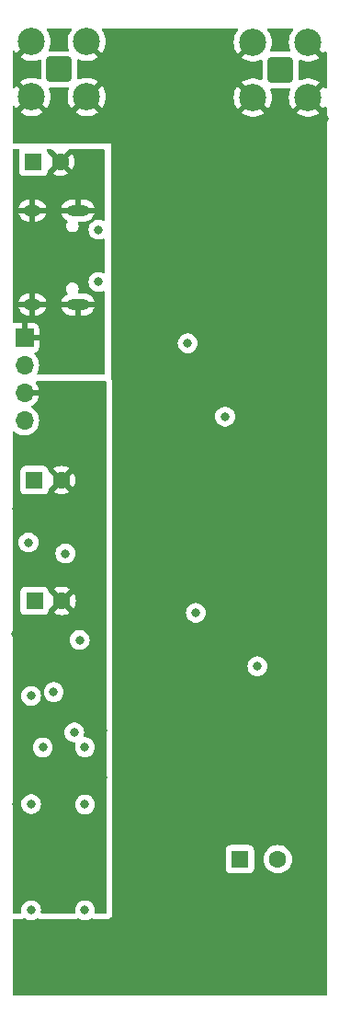
<source format=gbr>
%TF.GenerationSoftware,KiCad,Pcbnew,(6.99.0-1665-g4ee6cfe5b6)*%
%TF.CreationDate,2022-06-28T13:02:27+08:00*%
%TF.ProjectId,NoiseAmplifyingProbe,4e6f6973-6541-46d7-906c-696679696e67,rev?*%
%TF.SameCoordinates,Original*%
%TF.FileFunction,Copper,L4,Bot*%
%TF.FilePolarity,Positive*%
%FSLAX46Y46*%
G04 Gerber Fmt 4.6, Leading zero omitted, Abs format (unit mm)*
G04 Created by KiCad (PCBNEW (6.99.0-1665-g4ee6cfe5b6)) date 2022-06-28 13:02:27*
%MOMM*%
%LPD*%
G01*
G04 APERTURE LIST*
G04 Aperture macros list*
%AMRoundRect*
0 Rectangle with rounded corners*
0 $1 Rounding radius*
0 $2 $3 $4 $5 $6 $7 $8 $9 X,Y pos of 4 corners*
0 Add a 4 corners polygon primitive as box body*
4,1,4,$2,$3,$4,$5,$6,$7,$8,$9,$2,$3,0*
0 Add four circle primitives for the rounded corners*
1,1,$1+$1,$2,$3*
1,1,$1+$1,$4,$5*
1,1,$1+$1,$6,$7*
1,1,$1+$1,$8,$9*
0 Add four rect primitives between the rounded corners*
20,1,$1+$1,$2,$3,$4,$5,0*
20,1,$1+$1,$4,$5,$6,$7,0*
20,1,$1+$1,$6,$7,$8,$9,0*
20,1,$1+$1,$8,$9,$2,$3,0*%
G04 Aperture macros list end*
%TA.AperFunction,ComponentPad*%
%ADD10R,1.600000X1.600000*%
%TD*%
%TA.AperFunction,ComponentPad*%
%ADD11C,1.600000*%
%TD*%
%TA.AperFunction,ComponentPad*%
%ADD12O,2.100000X1.000000*%
%TD*%
%TA.AperFunction,ComponentPad*%
%ADD13O,1.600000X1.000000*%
%TD*%
%TA.AperFunction,ComponentPad*%
%ADD14R,1.700000X1.700000*%
%TD*%
%TA.AperFunction,ComponentPad*%
%ADD15O,1.700000X1.700000*%
%TD*%
%TA.AperFunction,ComponentPad*%
%ADD16RoundRect,0.200100X-0.949900X-0.949900X0.949900X-0.949900X0.949900X0.949900X-0.949900X0.949900X0*%
%TD*%
%TA.AperFunction,ComponentPad*%
%ADD17C,2.500000*%
%TD*%
%TA.AperFunction,ViaPad*%
%ADD18C,0.800000*%
%TD*%
G04 APERTURE END LIST*
D10*
%TO.P,C3,1*%
%TO.N,+5V*%
X132517620Y-92099999D03*
D11*
%TO.P,C3,2*%
%TO.N,GND*%
X135017621Y-92100000D03*
%TD*%
D12*
%TO.P,J1,S1,SHIELD*%
%TO.N,GNDPWR*%
X136519999Y-67279999D03*
D13*
X132339999Y-67279999D03*
D12*
X136519999Y-75919999D03*
D13*
X132339999Y-75919999D03*
%TD*%
D10*
%TO.P,C11,1*%
%TO.N,VCC*%
X132539999Y-103199999D03*
D11*
%TO.P,C11,2*%
%TO.N,GND*%
X135040000Y-103200000D03*
%TD*%
D10*
%TO.P,C2,1*%
%TO.N,Net-(J1-VBUS)*%
X132417620Y-62799999D03*
D11*
%TO.P,C2,2*%
%TO.N,GNDPWR*%
X134917621Y-62800000D03*
%TD*%
D14*
%TO.P,J2,1,Pin_1*%
%TO.N,GNDPWR*%
X131599999Y-78999999D03*
D15*
%TO.P,J2,2,Pin_2*%
%TO.N,Net-(J1-VBUS)*%
X131599999Y-81539999D03*
%TO.P,J2,3,Pin_3*%
%TO.N,GND*%
X131599999Y-84079999D03*
%TO.P,J2,4,Pin_4*%
%TO.N,+5V*%
X131599999Y-86619999D03*
%TD*%
D16*
%TO.P,J3,1,In*%
%TO.N,Net-(J3-In)*%
X155200000Y-54350000D03*
D17*
%TO.P,J3,2,Ext*%
%TO.N,GNDA*%
X152660000Y-51810000D03*
X152660000Y-56890000D03*
X157740000Y-51810000D03*
X157740000Y-56890000D03*
%TD*%
D16*
%TO.P,J4,1,In*%
%TO.N,Net-(J4-In)*%
X134800000Y-54290000D03*
D17*
%TO.P,J4,2,Ext*%
%TO.N,GNDA*%
X132260000Y-51750000D03*
X132260000Y-56830000D03*
X137340000Y-51750000D03*
X137340000Y-56830000D03*
%TD*%
D10*
%TO.P,C1,1*%
%TO.N,Net-(C1-Pad1)*%
X151459999Y-126979999D03*
D11*
%TO.P,C1,2*%
%TO.N,Net-(U1A-+)*%
X154960000Y-126980000D03*
%TD*%
D18*
%TO.N,Net-(J1-VBUS)*%
X138425000Y-73850000D03*
X138425000Y-69050000D03*
%TO.N,GNDPWR*%
X131175000Y-65650000D03*
X131650000Y-72625000D03*
X133860000Y-78990000D03*
X137975000Y-62975000D03*
X135400000Y-81700000D03*
X133450000Y-70700000D03*
X131400000Y-69850000D03*
%TO.N,+5V*%
X131975000Y-97825000D03*
%TO.N,GND*%
X137700000Y-92700000D03*
X138550000Y-103350000D03*
X134500000Y-89800000D03*
X134600000Y-101125000D03*
X138675000Y-86625000D03*
X134275000Y-109475000D03*
X130800000Y-106250000D03*
X133140000Y-114370000D03*
X134870000Y-114370000D03*
X137825000Y-87375000D03*
X137075000Y-84150000D03*
X136220000Y-113720000D03*
X134750000Y-84375000D03*
X130950000Y-109600000D03*
X138725000Y-97550000D03*
X138575000Y-90475000D03*
X130900000Y-121900000D03*
X135350000Y-122025000D03*
X137625000Y-105000000D03*
X138770000Y-110940000D03*
X137500000Y-85550000D03*
X131000000Y-127000000D03*
X130900000Y-94750000D03*
X137100000Y-94625000D03*
X137700000Y-102175000D03*
X130950000Y-100375000D03*
X138450000Y-126975000D03*
X134010000Y-114360000D03*
X138800000Y-119475000D03*
X133900000Y-97200000D03*
X134375000Y-124200000D03*
X133950000Y-86775000D03*
X136475000Y-97400000D03*
X138800000Y-115150000D03*
X138550000Y-121075000D03*
X134150000Y-121175000D03*
%TO.N,VAA*%
X146650000Y-79500000D03*
X147400000Y-104300000D03*
X137175000Y-131675000D03*
%TO.N,GNDA*%
X156500000Y-79000000D03*
X135600000Y-59400000D03*
X147000000Y-119900000D03*
X154000000Y-79000000D03*
X156500000Y-69000000D03*
X156500000Y-91500000D03*
X144750000Y-93800000D03*
X149000000Y-59250000D03*
X154000000Y-77750000D03*
X156500000Y-87750000D03*
X154000000Y-69000000D03*
X146750000Y-63000000D03*
X149000000Y-60500000D03*
X146750000Y-65500000D03*
X154000000Y-80250000D03*
X151200000Y-64500000D03*
X144900000Y-112850000D03*
X154800000Y-98900000D03*
X146750000Y-74250000D03*
X149000000Y-76750000D03*
X154250000Y-97250000D03*
X156500000Y-59000000D03*
X151750000Y-97250000D03*
X154000000Y-70250000D03*
X141000000Y-126100000D03*
X156500000Y-72750000D03*
X154750000Y-125000000D03*
X157800000Y-98500000D03*
X153000000Y-94750000D03*
X149000000Y-69250000D03*
X156500000Y-82750000D03*
X156500000Y-80250000D03*
X154000000Y-60250000D03*
X141000000Y-55500000D03*
X154250000Y-122500000D03*
X142250000Y-53000000D03*
X154000000Y-72750000D03*
X132600000Y-54100000D03*
X149000000Y-68000000D03*
X148300000Y-133600000D03*
X153500000Y-106900000D03*
X156500000Y-65250000D03*
X139750000Y-53000000D03*
X156500000Y-60250000D03*
X156500000Y-64000000D03*
X154000000Y-75250000D03*
X151750000Y-117500000D03*
X146750000Y-64250000D03*
X143050000Y-117250000D03*
X156500000Y-66500000D03*
X156500000Y-81500000D03*
X154000000Y-81500000D03*
X149000000Y-65500000D03*
X151750000Y-120000000D03*
X138700000Y-136100000D03*
X150250000Y-97750000D03*
X149000000Y-56750000D03*
X156500000Y-67750000D03*
X149000000Y-79250000D03*
X156500000Y-75250000D03*
X133700000Y-136400000D03*
X158800000Y-138000000D03*
X142200000Y-132100000D03*
X146000000Y-92600000D03*
X154250000Y-118750000D03*
X158200000Y-62100000D03*
X159200000Y-58800000D03*
X143500000Y-132100000D03*
X149000000Y-63000000D03*
X149000000Y-75500000D03*
X154000000Y-71500000D03*
X141000000Y-130700000D03*
X145450000Y-97250000D03*
X146750000Y-69250000D03*
X146000000Y-55500000D03*
X140300000Y-64700000D03*
X149000000Y-70500000D03*
X158050000Y-116850000D03*
X134500000Y-57100000D03*
X142850000Y-59450000D03*
X149000000Y-73000000D03*
X149000000Y-78000000D03*
X154000000Y-64000000D03*
X144750000Y-53000000D03*
X154000000Y-59000000D03*
X146750000Y-76750000D03*
X141200000Y-86400000D03*
X149000000Y-61750000D03*
X154250000Y-123750000D03*
X151600000Y-73900000D03*
X146600000Y-136900000D03*
X156500000Y-90250000D03*
X146750000Y-71750000D03*
X146750000Y-78000000D03*
X149000000Y-71750000D03*
X156500000Y-70250000D03*
X148500000Y-128250000D03*
X156500000Y-84000000D03*
X157700000Y-103150000D03*
X142600000Y-133700000D03*
X154250000Y-120000000D03*
X149750000Y-125750000D03*
X158550000Y-84000000D03*
X154000000Y-67750000D03*
X146750000Y-70500000D03*
X151900000Y-78900000D03*
X141000000Y-132100000D03*
X131400000Y-59200000D03*
X134500000Y-52000000D03*
X146750000Y-66750000D03*
X154250000Y-121250000D03*
X151750000Y-116250000D03*
X140700000Y-71000000D03*
X154000000Y-65250000D03*
X151100000Y-69000000D03*
X154000000Y-76500000D03*
X146750000Y-68000000D03*
X144900000Y-108500000D03*
X148500000Y-125750000D03*
X142250000Y-55500000D03*
X149000000Y-74250000D03*
X157300000Y-54200000D03*
X148500000Y-54250000D03*
X151750000Y-122500000D03*
X139750000Y-55500000D03*
X142600000Y-102850000D03*
X146750000Y-59250000D03*
X149200000Y-117000000D03*
X154000000Y-89000000D03*
X156500000Y-92750000D03*
X149250000Y-95000000D03*
X154000000Y-92750000D03*
X146750000Y-61750000D03*
X146600000Y-51200000D03*
X156500000Y-62750000D03*
X156500000Y-74000000D03*
X155400000Y-51400000D03*
X156500000Y-71500000D03*
X147750000Y-97750000D03*
X152000000Y-112250000D03*
X156500000Y-85250000D03*
X150300000Y-56500000D03*
X153000000Y-54400000D03*
X140350000Y-88000000D03*
X140650000Y-68000000D03*
X151750000Y-115000000D03*
X145600000Y-90500000D03*
X156500000Y-89000000D03*
X154000000Y-62750000D03*
X149000000Y-55500000D03*
X155500000Y-104700000D03*
X142000000Y-62800000D03*
X151200000Y-59600000D03*
X141000000Y-127600000D03*
X146750000Y-58000000D03*
X149750000Y-128250000D03*
X154000000Y-87750000D03*
X143400000Y-121800000D03*
X151750000Y-121250000D03*
X154250000Y-117500000D03*
X146750000Y-60500000D03*
X156500000Y-95250000D03*
X146750000Y-75500000D03*
X154000000Y-94000000D03*
X140500000Y-121900000D03*
X154000000Y-61500000D03*
X142400000Y-57900000D03*
X143000000Y-51500000D03*
X147750000Y-96500000D03*
X147250000Y-53000000D03*
X155500000Y-96500000D03*
X146000000Y-53000000D03*
X145000000Y-121800000D03*
X146100000Y-116700000D03*
X154000000Y-82750000D03*
X156500000Y-76500000D03*
X145300000Y-132100000D03*
X140900000Y-75000000D03*
X156500000Y-77750000D03*
X151750000Y-125000000D03*
X149000000Y-58000000D03*
X146750000Y-73000000D03*
X151750000Y-94750000D03*
X154250000Y-115000000D03*
X140900000Y-78500000D03*
X156500000Y-61500000D03*
X143500000Y-55500000D03*
X147750000Y-99000000D03*
X149000000Y-64250000D03*
X131900000Y-135700000D03*
X154250000Y-116250000D03*
X152000000Y-111250000D03*
X143500000Y-53000000D03*
X143200000Y-137400000D03*
X156500000Y-94000000D03*
X149400000Y-121000000D03*
X151750000Y-118750000D03*
X144750000Y-55500000D03*
X154000000Y-74000000D03*
X150500000Y-94750000D03*
X144600000Y-101300000D03*
X141000000Y-129100000D03*
X149000000Y-66750000D03*
X140400000Y-95100000D03*
X151750000Y-123750000D03*
X153000000Y-97250000D03*
X146750000Y-56750000D03*
X147750000Y-100250000D03*
X141000000Y-53000000D03*
X154000000Y-66500000D03*
%TO.N,VEE*%
X132225000Y-131675000D03*
X150100000Y-86250000D03*
X153075000Y-109225000D03*
%TO.N,VCC*%
X135375000Y-98850000D03*
X134300000Y-111600000D03*
X136700000Y-106800000D03*
X133292500Y-116692500D03*
X136200000Y-115300000D03*
%TO.N,Net-(U4-OUT+)*%
X137175000Y-121950000D03*
X137175000Y-116675000D03*
%TO.N,Net-(U4-OUT-)*%
X132225000Y-111950000D03*
X132225000Y-121900000D03*
%TD*%
%TA.AperFunction,Conductor*%
%TO.N,GNDPWR*%
G36*
X131105706Y-61633502D02*
G01*
X131152199Y-61687158D01*
X131162303Y-61757432D01*
X131155640Y-61783533D01*
X131118386Y-61883412D01*
X131118384Y-61883421D01*
X131115632Y-61890799D01*
X131109121Y-61951362D01*
X131109121Y-63648638D01*
X131115632Y-63709201D01*
X131166732Y-63846204D01*
X131172131Y-63853416D01*
X131172132Y-63853418D01*
X131205125Y-63897491D01*
X131254360Y-63963261D01*
X131371417Y-64050889D01*
X131508420Y-64101989D01*
X131545326Y-64105957D01*
X131565633Y-64108140D01*
X131565636Y-64108140D01*
X131568983Y-64108500D01*
X133266259Y-64108500D01*
X133269606Y-64108140D01*
X133269609Y-64108140D01*
X133289916Y-64105957D01*
X133326822Y-64101989D01*
X133463825Y-64050889D01*
X133580882Y-63963261D01*
X133630117Y-63897491D01*
X133638673Y-63886062D01*
X134196114Y-63886062D01*
X134205410Y-63898077D01*
X134256615Y-63933931D01*
X134266110Y-63939414D01*
X134463568Y-64031490D01*
X134473860Y-64035236D01*
X134684309Y-64091625D01*
X134695102Y-64093528D01*
X134912146Y-64112517D01*
X134923096Y-64112517D01*
X135140140Y-64093528D01*
X135150933Y-64091625D01*
X135361382Y-64035236D01*
X135371674Y-64031490D01*
X135569132Y-63939414D01*
X135578627Y-63933931D01*
X135630669Y-63897491D01*
X135639045Y-63887012D01*
X135631977Y-63873566D01*
X134930433Y-63172022D01*
X134916489Y-63164408D01*
X134914656Y-63164539D01*
X134908041Y-63168790D01*
X134202544Y-63874287D01*
X134196114Y-63886062D01*
X133638673Y-63886062D01*
X133663110Y-63853418D01*
X133663111Y-63853416D01*
X133668510Y-63846204D01*
X133719610Y-63709201D01*
X133726121Y-63648638D01*
X133726121Y-63645269D01*
X133726141Y-63644899D01*
X133749764Y-63577948D01*
X133795781Y-63542204D01*
X133794762Y-63540266D01*
X133805631Y-63534553D01*
X133805833Y-63534396D01*
X133805963Y-63534378D01*
X133844055Y-63514356D01*
X134545599Y-62812812D01*
X134551977Y-62801132D01*
X135282029Y-62801132D01*
X135282160Y-62802965D01*
X135286411Y-62809580D01*
X135991908Y-63515077D01*
X136003683Y-63521507D01*
X136015698Y-63512211D01*
X136051552Y-63461006D01*
X136057035Y-63451511D01*
X136149111Y-63254053D01*
X136152857Y-63243761D01*
X136209246Y-63033312D01*
X136211149Y-63022519D01*
X136230138Y-62805475D01*
X136230138Y-62794525D01*
X136211149Y-62577481D01*
X136209246Y-62566688D01*
X136152857Y-62356239D01*
X136149111Y-62345947D01*
X136057035Y-62148489D01*
X136051552Y-62138994D01*
X136015112Y-62086952D01*
X136004633Y-62078576D01*
X135991187Y-62085644D01*
X135289643Y-62787188D01*
X135282029Y-62801132D01*
X134551977Y-62801132D01*
X134553213Y-62798868D01*
X134553082Y-62797035D01*
X134548831Y-62790420D01*
X133843334Y-62084923D01*
X133801567Y-62062116D01*
X133791620Y-62059951D01*
X133741422Y-62009745D01*
X133726195Y-61956112D01*
X133726121Y-61954731D01*
X133726121Y-61951362D01*
X133719610Y-61890799D01*
X133716858Y-61883421D01*
X133716856Y-61883412D01*
X133679602Y-61783533D01*
X133674536Y-61712718D01*
X133708561Y-61650405D01*
X133770873Y-61616380D01*
X133797657Y-61613500D01*
X134067787Y-61613500D01*
X134135908Y-61633502D01*
X134179318Y-61680876D01*
X134203265Y-61726434D01*
X134904809Y-62427978D01*
X134918753Y-62435592D01*
X134920586Y-62435461D01*
X134927201Y-62431210D01*
X135632698Y-61725713D01*
X135658008Y-61679363D01*
X135658083Y-61679019D01*
X135708328Y-61628860D01*
X135768618Y-61613500D01*
X138874000Y-61613500D01*
X138942121Y-61633502D01*
X138988614Y-61687158D01*
X139000000Y-61739500D01*
X139000000Y-68117506D01*
X138979998Y-68185627D01*
X138926342Y-68232120D01*
X138856068Y-68242224D01*
X138822752Y-68232613D01*
X138713323Y-68183892D01*
X138713315Y-68183889D01*
X138707288Y-68181206D01*
X138613888Y-68161353D01*
X138526944Y-68142872D01*
X138526939Y-68142872D01*
X138520487Y-68141500D01*
X138329513Y-68141500D01*
X138323061Y-68142872D01*
X138323056Y-68142872D01*
X138236112Y-68161353D01*
X138142712Y-68181206D01*
X138136682Y-68183891D01*
X138136681Y-68183891D01*
X137974278Y-68256197D01*
X137974276Y-68256198D01*
X137968248Y-68258882D01*
X137962907Y-68262762D01*
X137962906Y-68262763D01*
X137912843Y-68299136D01*
X137813747Y-68371134D01*
X137809326Y-68376044D01*
X137809325Y-68376045D01*
X137763088Y-68427397D01*
X137685960Y-68513056D01*
X137590473Y-68678444D01*
X137531458Y-68860072D01*
X137511496Y-69050000D01*
X137531458Y-69239928D01*
X137590473Y-69421556D01*
X137685960Y-69586944D01*
X137813747Y-69728866D01*
X137968248Y-69841118D01*
X137974276Y-69843802D01*
X137974278Y-69843803D01*
X138006060Y-69857953D01*
X138142712Y-69918794D01*
X138236112Y-69938647D01*
X138323056Y-69957128D01*
X138323061Y-69957128D01*
X138329513Y-69958500D01*
X138520487Y-69958500D01*
X138526939Y-69957128D01*
X138526944Y-69957128D01*
X138613888Y-69938647D01*
X138707288Y-69918794D01*
X138713315Y-69916111D01*
X138713323Y-69916108D01*
X138822752Y-69867387D01*
X138893119Y-69857953D01*
X138957416Y-69888060D01*
X138995229Y-69948149D01*
X139000000Y-69982494D01*
X139000000Y-72917506D01*
X138979998Y-72985627D01*
X138926342Y-73032120D01*
X138856068Y-73042224D01*
X138822752Y-73032613D01*
X138713323Y-72983892D01*
X138713315Y-72983889D01*
X138707288Y-72981206D01*
X138613888Y-72961353D01*
X138526944Y-72942872D01*
X138526939Y-72942872D01*
X138520487Y-72941500D01*
X138329513Y-72941500D01*
X138323061Y-72942872D01*
X138323056Y-72942872D01*
X138236112Y-72961353D01*
X138142712Y-72981206D01*
X138136682Y-72983891D01*
X138136681Y-72983891D01*
X137974278Y-73056197D01*
X137974276Y-73056198D01*
X137968248Y-73058882D01*
X137813747Y-73171134D01*
X137685960Y-73313056D01*
X137590473Y-73478444D01*
X137531458Y-73660072D01*
X137511496Y-73850000D01*
X137531458Y-74039928D01*
X137590473Y-74221556D01*
X137685960Y-74386944D01*
X137813747Y-74528866D01*
X137968248Y-74641118D01*
X137974276Y-74643802D01*
X137974278Y-74643803D01*
X138006060Y-74657953D01*
X138142712Y-74718794D01*
X138232043Y-74737782D01*
X138323056Y-74757128D01*
X138323061Y-74757128D01*
X138329513Y-74758500D01*
X138520487Y-74758500D01*
X138526939Y-74757128D01*
X138526944Y-74757128D01*
X138617957Y-74737782D01*
X138707288Y-74718794D01*
X138713315Y-74716111D01*
X138713323Y-74716108D01*
X138822752Y-74667387D01*
X138893119Y-74657953D01*
X138957416Y-74688060D01*
X138995229Y-74748149D01*
X139000000Y-74782494D01*
X139000000Y-82274000D01*
X138979998Y-82342121D01*
X138926342Y-82388614D01*
X138874000Y-82400000D01*
X132893698Y-82400000D01*
X132825577Y-82379998D01*
X132779084Y-82326342D01*
X132768980Y-82256068D01*
X132788214Y-82205086D01*
X132788779Y-82204221D01*
X132798860Y-82188791D01*
X132889296Y-81982616D01*
X132944564Y-81764368D01*
X132963156Y-81540000D01*
X132944564Y-81315632D01*
X132889296Y-81097384D01*
X132798860Y-80891209D01*
X132675722Y-80702732D01*
X132672197Y-80698903D01*
X132672194Y-80698899D01*
X132532159Y-80546783D01*
X132500738Y-80483118D01*
X132508725Y-80412572D01*
X132553583Y-80357543D01*
X132580827Y-80343389D01*
X132687522Y-80303594D01*
X132703176Y-80295046D01*
X132805693Y-80218302D01*
X132818302Y-80205693D01*
X132895046Y-80103176D01*
X132903595Y-80087520D01*
X132948741Y-79966478D01*
X132952338Y-79951257D01*
X132957640Y-79901938D01*
X132958000Y-79895223D01*
X132958000Y-79272115D01*
X132953525Y-79256876D01*
X132952135Y-79255671D01*
X132944452Y-79254000D01*
X131472000Y-79254000D01*
X131403879Y-79233998D01*
X131357386Y-79180342D01*
X131346000Y-79128000D01*
X131346000Y-78727885D01*
X131854000Y-78727885D01*
X131858475Y-78743124D01*
X131859865Y-78744329D01*
X131867548Y-78746000D01*
X132939885Y-78746000D01*
X132955124Y-78741525D01*
X132956329Y-78740135D01*
X132958000Y-78732452D01*
X132958000Y-78104777D01*
X132957640Y-78098062D01*
X132952338Y-78048743D01*
X132948741Y-78033522D01*
X132903595Y-77912480D01*
X132895046Y-77896824D01*
X132818302Y-77794307D01*
X132805693Y-77781698D01*
X132703176Y-77704954D01*
X132687520Y-77696405D01*
X132566478Y-77651259D01*
X132551257Y-77647662D01*
X132501938Y-77642360D01*
X132495223Y-77642000D01*
X131872115Y-77642000D01*
X131856876Y-77646475D01*
X131855671Y-77647865D01*
X131854000Y-77655548D01*
X131854000Y-78727885D01*
X131346000Y-78727885D01*
X131346000Y-77660115D01*
X131341525Y-77644876D01*
X131340135Y-77643671D01*
X131332452Y-77642000D01*
X130704777Y-77642000D01*
X130698062Y-77642360D01*
X130640906Y-77648505D01*
X130640573Y-77645412D01*
X130584115Y-77642402D01*
X130526517Y-77600892D01*
X130500505Y-77534833D01*
X130500000Y-77523567D01*
X130500000Y-76185530D01*
X131067191Y-76185530D01*
X131102427Y-76301687D01*
X131107141Y-76313069D01*
X131194904Y-76477261D01*
X131201755Y-76487514D01*
X131319861Y-76631427D01*
X131328573Y-76640139D01*
X131472486Y-76758245D01*
X131482739Y-76765096D01*
X131646931Y-76852859D01*
X131658313Y-76857573D01*
X131836468Y-76911616D01*
X131848562Y-76914022D01*
X131987402Y-76927697D01*
X131993574Y-76928000D01*
X132067885Y-76928000D01*
X132083124Y-76923525D01*
X132084329Y-76922135D01*
X132086000Y-76914452D01*
X132086000Y-76909885D01*
X132594000Y-76909885D01*
X132598475Y-76925124D01*
X132599865Y-76926329D01*
X132607548Y-76928000D01*
X132686426Y-76928000D01*
X132692598Y-76927697D01*
X132831438Y-76914022D01*
X132843532Y-76911616D01*
X133021687Y-76857573D01*
X133033069Y-76852859D01*
X133197261Y-76765096D01*
X133207514Y-76758245D01*
X133351427Y-76640139D01*
X133360139Y-76631427D01*
X133478245Y-76487514D01*
X133485096Y-76477261D01*
X133572859Y-76313069D01*
X133577573Y-76301687D01*
X133611048Y-76191337D01*
X133611100Y-76185530D01*
X134997191Y-76185530D01*
X135032427Y-76301687D01*
X135037141Y-76313069D01*
X135124904Y-76477261D01*
X135131755Y-76487514D01*
X135249861Y-76631427D01*
X135258573Y-76640139D01*
X135402486Y-76758245D01*
X135412739Y-76765096D01*
X135576931Y-76852859D01*
X135588313Y-76857573D01*
X135766468Y-76911616D01*
X135778562Y-76914022D01*
X135917402Y-76927697D01*
X135923574Y-76928000D01*
X136247885Y-76928000D01*
X136263124Y-76923525D01*
X136264329Y-76922135D01*
X136266000Y-76914452D01*
X136266000Y-76909885D01*
X136774000Y-76909885D01*
X136778475Y-76925124D01*
X136779865Y-76926329D01*
X136787548Y-76928000D01*
X137116426Y-76928000D01*
X137122598Y-76927697D01*
X137261438Y-76914022D01*
X137273532Y-76911616D01*
X137451687Y-76857573D01*
X137463069Y-76852859D01*
X137627261Y-76765096D01*
X137637514Y-76758245D01*
X137781427Y-76640139D01*
X137790139Y-76631427D01*
X137908245Y-76487514D01*
X137915096Y-76477261D01*
X138002859Y-76313069D01*
X138007573Y-76301687D01*
X138041048Y-76191337D01*
X138041174Y-76177234D01*
X138034255Y-76174000D01*
X136792115Y-76174000D01*
X136776876Y-76178475D01*
X136775671Y-76179865D01*
X136774000Y-76187548D01*
X136774000Y-76909885D01*
X136266000Y-76909885D01*
X136266000Y-76192115D01*
X136261525Y-76176876D01*
X136260135Y-76175671D01*
X136252452Y-76174000D01*
X135011808Y-76174000D01*
X134998277Y-76177973D01*
X134997191Y-76185530D01*
X133611100Y-76185530D01*
X133611174Y-76177234D01*
X133604255Y-76174000D01*
X132612115Y-76174000D01*
X132596876Y-76178475D01*
X132595671Y-76179865D01*
X132594000Y-76187548D01*
X132594000Y-76909885D01*
X132086000Y-76909885D01*
X132086000Y-76192115D01*
X132081525Y-76176876D01*
X132080135Y-76175671D01*
X132072452Y-76174000D01*
X131081808Y-76174000D01*
X131068277Y-76177973D01*
X131067191Y-76185530D01*
X130500000Y-76185530D01*
X130500000Y-75662766D01*
X131068826Y-75662766D01*
X131075745Y-75666000D01*
X132067885Y-75666000D01*
X132083124Y-75661525D01*
X132084329Y-75660135D01*
X132086000Y-75652452D01*
X132086000Y-75647885D01*
X132594000Y-75647885D01*
X132598475Y-75663124D01*
X132599865Y-75664329D01*
X132607548Y-75666000D01*
X133598192Y-75666000D01*
X133609206Y-75662766D01*
X134998826Y-75662766D01*
X135005745Y-75666000D01*
X138028192Y-75666000D01*
X138041723Y-75662027D01*
X138042809Y-75654470D01*
X138007573Y-75538313D01*
X138002859Y-75526931D01*
X137915096Y-75362739D01*
X137908245Y-75352486D01*
X137790139Y-75208573D01*
X137781427Y-75199861D01*
X137637514Y-75081755D01*
X137627261Y-75074904D01*
X137463069Y-74987141D01*
X137451687Y-74982427D01*
X137273532Y-74928384D01*
X137261438Y-74925978D01*
X137122598Y-74912303D01*
X137116426Y-74912000D01*
X136656691Y-74912000D01*
X136588570Y-74891998D01*
X136542077Y-74838342D01*
X136531973Y-74768068D01*
X136540282Y-74737782D01*
X136577527Y-74647865D01*
X136580687Y-74640236D01*
X136600466Y-74490000D01*
X136580687Y-74339764D01*
X136522698Y-74199767D01*
X136430451Y-74079549D01*
X136310233Y-73987302D01*
X136170236Y-73929313D01*
X136057720Y-73914500D01*
X135982280Y-73914500D01*
X135869764Y-73929313D01*
X135729767Y-73987302D01*
X135609549Y-74079549D01*
X135517302Y-74199767D01*
X135459313Y-74339764D01*
X135439534Y-74490000D01*
X135459313Y-74640236D01*
X135517302Y-74780233D01*
X135556828Y-74831744D01*
X135582429Y-74897964D01*
X135568164Y-74967513D01*
X135516262Y-75019570D01*
X135412739Y-75074904D01*
X135402486Y-75081755D01*
X135258573Y-75199861D01*
X135249861Y-75208573D01*
X135131755Y-75352486D01*
X135124904Y-75362739D01*
X135037141Y-75526931D01*
X135032427Y-75538313D01*
X134998952Y-75648663D01*
X134998826Y-75662766D01*
X133609206Y-75662766D01*
X133611723Y-75662027D01*
X133612809Y-75654470D01*
X133577573Y-75538313D01*
X133572859Y-75526931D01*
X133485096Y-75362739D01*
X133478245Y-75352486D01*
X133360139Y-75208573D01*
X133351427Y-75199861D01*
X133207514Y-75081755D01*
X133197261Y-75074904D01*
X133033069Y-74987141D01*
X133021687Y-74982427D01*
X132843532Y-74928384D01*
X132831438Y-74925978D01*
X132692598Y-74912303D01*
X132686426Y-74912000D01*
X132612115Y-74912000D01*
X132596876Y-74916475D01*
X132595671Y-74917865D01*
X132594000Y-74925548D01*
X132594000Y-75647885D01*
X132086000Y-75647885D01*
X132086000Y-74930115D01*
X132081525Y-74914876D01*
X132080135Y-74913671D01*
X132072452Y-74912000D01*
X131993574Y-74912000D01*
X131987402Y-74912303D01*
X131848562Y-74925978D01*
X131836468Y-74928384D01*
X131658313Y-74982427D01*
X131646931Y-74987141D01*
X131482739Y-75074904D01*
X131472486Y-75081755D01*
X131328573Y-75199861D01*
X131319861Y-75208573D01*
X131201755Y-75352486D01*
X131194904Y-75362739D01*
X131107141Y-75526931D01*
X131102427Y-75538313D01*
X131068952Y-75648663D01*
X131068826Y-75662766D01*
X130500000Y-75662766D01*
X130500000Y-67545530D01*
X131067191Y-67545530D01*
X131102427Y-67661687D01*
X131107141Y-67673069D01*
X131194904Y-67837261D01*
X131201755Y-67847514D01*
X131319861Y-67991427D01*
X131328573Y-68000139D01*
X131472486Y-68118245D01*
X131482739Y-68125096D01*
X131646931Y-68212859D01*
X131658313Y-68217573D01*
X131836468Y-68271616D01*
X131848562Y-68274022D01*
X131987402Y-68287697D01*
X131993574Y-68288000D01*
X132067885Y-68288000D01*
X132083124Y-68283525D01*
X132084329Y-68282135D01*
X132086000Y-68274452D01*
X132086000Y-68269885D01*
X132594000Y-68269885D01*
X132598475Y-68285124D01*
X132599865Y-68286329D01*
X132607548Y-68288000D01*
X132686426Y-68288000D01*
X132692598Y-68287697D01*
X132831438Y-68274022D01*
X132843532Y-68271616D01*
X133021687Y-68217573D01*
X133033069Y-68212859D01*
X133197261Y-68125096D01*
X133207514Y-68118245D01*
X133351427Y-68000139D01*
X133360139Y-67991427D01*
X133478245Y-67847514D01*
X133485096Y-67837261D01*
X133572859Y-67673069D01*
X133577573Y-67661687D01*
X133611048Y-67551337D01*
X133611100Y-67545530D01*
X134997191Y-67545530D01*
X135032427Y-67661687D01*
X135037141Y-67673069D01*
X135124904Y-67837261D01*
X135131755Y-67847514D01*
X135249861Y-67991427D01*
X135258573Y-68000139D01*
X135402486Y-68118245D01*
X135412739Y-68125096D01*
X135516262Y-68180430D01*
X135566910Y-68230182D01*
X135582620Y-68299419D01*
X135556828Y-68368256D01*
X135517302Y-68419767D01*
X135459313Y-68559764D01*
X135439534Y-68710000D01*
X135459313Y-68860236D01*
X135517302Y-69000233D01*
X135609549Y-69120451D01*
X135729767Y-69212698D01*
X135869764Y-69270687D01*
X135982280Y-69285500D01*
X136057720Y-69285500D01*
X136170236Y-69270687D01*
X136310233Y-69212698D01*
X136430451Y-69120451D01*
X136522698Y-69000233D01*
X136580687Y-68860236D01*
X136600466Y-68710000D01*
X136580687Y-68559764D01*
X136540282Y-68462218D01*
X136532693Y-68391628D01*
X136564472Y-68328141D01*
X136625530Y-68291914D01*
X136656691Y-68288000D01*
X137116426Y-68288000D01*
X137122598Y-68287697D01*
X137261438Y-68274022D01*
X137273532Y-68271616D01*
X137451687Y-68217573D01*
X137463069Y-68212859D01*
X137627261Y-68125096D01*
X137637514Y-68118245D01*
X137781427Y-68000139D01*
X137790139Y-67991427D01*
X137908245Y-67847514D01*
X137915096Y-67837261D01*
X138002859Y-67673069D01*
X138007573Y-67661687D01*
X138041048Y-67551337D01*
X138041174Y-67537234D01*
X138034255Y-67534000D01*
X135011808Y-67534000D01*
X134998277Y-67537973D01*
X134997191Y-67545530D01*
X133611100Y-67545530D01*
X133611174Y-67537234D01*
X133604255Y-67534000D01*
X132612115Y-67534000D01*
X132596876Y-67538475D01*
X132595671Y-67539865D01*
X132594000Y-67547548D01*
X132594000Y-68269885D01*
X132086000Y-68269885D01*
X132086000Y-67552115D01*
X132081525Y-67536876D01*
X132080135Y-67535671D01*
X132072452Y-67534000D01*
X131081808Y-67534000D01*
X131068277Y-67537973D01*
X131067191Y-67545530D01*
X130500000Y-67545530D01*
X130500000Y-67022766D01*
X131068826Y-67022766D01*
X131075745Y-67026000D01*
X132067885Y-67026000D01*
X132083124Y-67021525D01*
X132084329Y-67020135D01*
X132086000Y-67012452D01*
X132086000Y-67007885D01*
X132594000Y-67007885D01*
X132598475Y-67023124D01*
X132599865Y-67024329D01*
X132607548Y-67026000D01*
X133598192Y-67026000D01*
X133609206Y-67022766D01*
X134998826Y-67022766D01*
X135005745Y-67026000D01*
X136247885Y-67026000D01*
X136263124Y-67021525D01*
X136264329Y-67020135D01*
X136266000Y-67012452D01*
X136266000Y-67007885D01*
X136774000Y-67007885D01*
X136778475Y-67023124D01*
X136779865Y-67024329D01*
X136787548Y-67026000D01*
X138028192Y-67026000D01*
X138041723Y-67022027D01*
X138042809Y-67014470D01*
X138007573Y-66898313D01*
X138002859Y-66886931D01*
X137915096Y-66722739D01*
X137908245Y-66712486D01*
X137790139Y-66568573D01*
X137781427Y-66559861D01*
X137637514Y-66441755D01*
X137627261Y-66434904D01*
X137463069Y-66347141D01*
X137451687Y-66342427D01*
X137273532Y-66288384D01*
X137261438Y-66285978D01*
X137122598Y-66272303D01*
X137116426Y-66272000D01*
X136792115Y-66272000D01*
X136776876Y-66276475D01*
X136775671Y-66277865D01*
X136774000Y-66285548D01*
X136774000Y-67007885D01*
X136266000Y-67007885D01*
X136266000Y-66290115D01*
X136261525Y-66274876D01*
X136260135Y-66273671D01*
X136252452Y-66272000D01*
X135923574Y-66272000D01*
X135917402Y-66272303D01*
X135778562Y-66285978D01*
X135766468Y-66288384D01*
X135588313Y-66342427D01*
X135576931Y-66347141D01*
X135412739Y-66434904D01*
X135402486Y-66441755D01*
X135258573Y-66559861D01*
X135249861Y-66568573D01*
X135131755Y-66712486D01*
X135124904Y-66722739D01*
X135037141Y-66886931D01*
X135032427Y-66898313D01*
X134998952Y-67008663D01*
X134998826Y-67022766D01*
X133609206Y-67022766D01*
X133611723Y-67022027D01*
X133612809Y-67014470D01*
X133577573Y-66898313D01*
X133572859Y-66886931D01*
X133485096Y-66722739D01*
X133478245Y-66712486D01*
X133360139Y-66568573D01*
X133351427Y-66559861D01*
X133207514Y-66441755D01*
X133197261Y-66434904D01*
X133033069Y-66347141D01*
X133021687Y-66342427D01*
X132843532Y-66288384D01*
X132831438Y-66285978D01*
X132692598Y-66272303D01*
X132686426Y-66272000D01*
X132612115Y-66272000D01*
X132596876Y-66276475D01*
X132595671Y-66277865D01*
X132594000Y-66285548D01*
X132594000Y-67007885D01*
X132086000Y-67007885D01*
X132086000Y-66290115D01*
X132081525Y-66274876D01*
X132080135Y-66273671D01*
X132072452Y-66272000D01*
X131993574Y-66272000D01*
X131987402Y-66272303D01*
X131848562Y-66285978D01*
X131836468Y-66288384D01*
X131658313Y-66342427D01*
X131646931Y-66347141D01*
X131482739Y-66434904D01*
X131472486Y-66441755D01*
X131328573Y-66559861D01*
X131319861Y-66568573D01*
X131201755Y-66712486D01*
X131194904Y-66722739D01*
X131107141Y-66886931D01*
X131102427Y-66898313D01*
X131068952Y-67008663D01*
X131068826Y-67022766D01*
X130500000Y-67022766D01*
X130500000Y-61739500D01*
X130520002Y-61671379D01*
X130573658Y-61624886D01*
X130626000Y-61613500D01*
X131037585Y-61613500D01*
X131105706Y-61633502D01*
G37*
%TD.AperFunction*%
%TD*%
%TA.AperFunction,Conductor*%
%TO.N,GNDA*%
G36*
X151262602Y-50520002D02*
G01*
X151309095Y-50573658D01*
X151319199Y-50643932D01*
X151292992Y-50704560D01*
X151206334Y-50813225D01*
X151201043Y-50820986D01*
X151074015Y-51041006D01*
X151069931Y-51049486D01*
X150977116Y-51285973D01*
X150974342Y-51294967D01*
X150917810Y-51542648D01*
X150916407Y-51551954D01*
X150897422Y-51805303D01*
X150897422Y-51814697D01*
X150916407Y-52068046D01*
X150917810Y-52077352D01*
X150974342Y-52325033D01*
X150977116Y-52334027D01*
X151069931Y-52570514D01*
X151074015Y-52578994D01*
X151201040Y-52799008D01*
X151206342Y-52806784D01*
X151238376Y-52846953D01*
X151250444Y-52855424D01*
X151261788Y-52849002D01*
X152570905Y-51539885D01*
X152633217Y-51505859D01*
X152704032Y-51510924D01*
X152749095Y-51539885D01*
X152930115Y-51720905D01*
X152964141Y-51783217D01*
X152959076Y-51854032D01*
X152930115Y-51899095D01*
X151621250Y-53207960D01*
X151614953Y-53219491D01*
X151624584Y-53231780D01*
X151774639Y-53334086D01*
X151782784Y-53338788D01*
X152011680Y-53449019D01*
X152020436Y-53452455D01*
X152263210Y-53527341D01*
X152272366Y-53529432D01*
X152523594Y-53567297D01*
X152532972Y-53568000D01*
X152787028Y-53568000D01*
X152796406Y-53567297D01*
X153047634Y-53529432D01*
X153056790Y-53527341D01*
X153299564Y-53452455D01*
X153308320Y-53449019D01*
X153360831Y-53423731D01*
X153430884Y-53412196D01*
X153496053Y-53440365D01*
X153535647Y-53499296D01*
X153541500Y-53537253D01*
X153541500Y-55162747D01*
X153521498Y-55230868D01*
X153467842Y-55277361D01*
X153397568Y-55287465D01*
X153360831Y-55276269D01*
X153308320Y-55250981D01*
X153299564Y-55247545D01*
X153056790Y-55172659D01*
X153047634Y-55170568D01*
X152796406Y-55132703D01*
X152787028Y-55132000D01*
X152532972Y-55132000D01*
X152523594Y-55132703D01*
X152272366Y-55170568D01*
X152263210Y-55172659D01*
X152020436Y-55247545D01*
X152011680Y-55250981D01*
X151782784Y-55361212D01*
X151774639Y-55365914D01*
X151623408Y-55469022D01*
X151615077Y-55479181D01*
X151622255Y-55493045D01*
X154057516Y-57928306D01*
X154070458Y-57935373D01*
X154081010Y-57927723D01*
X154113658Y-57886784D01*
X154118960Y-57879008D01*
X154245985Y-57658994D01*
X154250069Y-57650514D01*
X154342884Y-57414027D01*
X154345658Y-57405033D01*
X154402190Y-57157352D01*
X154403593Y-57148046D01*
X154422578Y-56894697D01*
X154422578Y-56885303D01*
X154403593Y-56631954D01*
X154402190Y-56622648D01*
X154345658Y-56374967D01*
X154342884Y-56365973D01*
X154270104Y-56180533D01*
X154263836Y-56109813D01*
X154296797Y-56046932D01*
X154358522Y-56011853D01*
X154387394Y-56008500D01*
X156012606Y-56008500D01*
X156080727Y-56028502D01*
X156127220Y-56082158D01*
X156137324Y-56152432D01*
X156129896Y-56180533D01*
X156057116Y-56365973D01*
X156054342Y-56374967D01*
X155997810Y-56622648D01*
X155996407Y-56631954D01*
X155977422Y-56885303D01*
X155977422Y-56894697D01*
X155996407Y-57148046D01*
X155997810Y-57157352D01*
X156054342Y-57405033D01*
X156057116Y-57414027D01*
X156149931Y-57650514D01*
X156154015Y-57658994D01*
X156281040Y-57879008D01*
X156286342Y-57886784D01*
X156318376Y-57926953D01*
X156330444Y-57935424D01*
X156341788Y-57929002D01*
X158778750Y-55492040D01*
X158785047Y-55480509D01*
X158775416Y-55468220D01*
X158625361Y-55365914D01*
X158617216Y-55361212D01*
X158388320Y-55250981D01*
X158379564Y-55247545D01*
X158136790Y-55172659D01*
X158127634Y-55170568D01*
X157876406Y-55132703D01*
X157867028Y-55132000D01*
X157612972Y-55132000D01*
X157603594Y-55132703D01*
X157352366Y-55170568D01*
X157343210Y-55172659D01*
X157100436Y-55247545D01*
X157091680Y-55250981D01*
X157039169Y-55276269D01*
X156969116Y-55287804D01*
X156903947Y-55259635D01*
X156864353Y-55200704D01*
X156858500Y-55162747D01*
X156858500Y-53537253D01*
X156878502Y-53469132D01*
X156932158Y-53422639D01*
X157002432Y-53412535D01*
X157039169Y-53423731D01*
X157091680Y-53449019D01*
X157100436Y-53452455D01*
X157343210Y-53527341D01*
X157352366Y-53529432D01*
X157603594Y-53567297D01*
X157612972Y-53568000D01*
X157867028Y-53568000D01*
X157876406Y-53567297D01*
X158127634Y-53529432D01*
X158136790Y-53527341D01*
X158379564Y-53452455D01*
X158388320Y-53449019D01*
X158617216Y-53338788D01*
X158625361Y-53334086D01*
X158776592Y-53230978D01*
X158784923Y-53220819D01*
X158777745Y-53206955D01*
X157469885Y-51899095D01*
X157435859Y-51836783D01*
X157440924Y-51765968D01*
X157469885Y-51720905D01*
X157650905Y-51539885D01*
X157713217Y-51505859D01*
X157784032Y-51510924D01*
X157829095Y-51539885D01*
X159137516Y-52848306D01*
X159150458Y-52855373D01*
X159161010Y-52847723D01*
X159193658Y-52806784D01*
X159198960Y-52799008D01*
X159264881Y-52684830D01*
X159316264Y-52635837D01*
X159385977Y-52622401D01*
X159451888Y-52648787D01*
X159493070Y-52706620D01*
X159500000Y-52747830D01*
X159500000Y-55952170D01*
X159479998Y-56020291D01*
X159426342Y-56066784D01*
X159356068Y-56076888D01*
X159291488Y-56047394D01*
X159264881Y-56015170D01*
X159198960Y-55900992D01*
X159193658Y-55893216D01*
X159161624Y-55853047D01*
X159149556Y-55844576D01*
X159138212Y-55850998D01*
X158112022Y-56877188D01*
X158104408Y-56891132D01*
X158104539Y-56892965D01*
X158108790Y-56899580D01*
X159137516Y-57928306D01*
X159150458Y-57935373D01*
X159161010Y-57927723D01*
X159193658Y-57886784D01*
X159198960Y-57879008D01*
X159264881Y-57764830D01*
X159316264Y-57715837D01*
X159385977Y-57702401D01*
X159451888Y-57728787D01*
X159493070Y-57786620D01*
X159500000Y-57827830D01*
X159500000Y-139374000D01*
X159479998Y-139442121D01*
X159426342Y-139488614D01*
X159374000Y-139500000D01*
X139700000Y-139500000D01*
X139700000Y-132300000D01*
X139645235Y-132300000D01*
X139645155Y-132174589D01*
X139656542Y-132122167D01*
X139670827Y-132090888D01*
X139670829Y-132090882D01*
X139672698Y-132086790D01*
X139692700Y-132018669D01*
X139713500Y-131874000D01*
X139713500Y-127828638D01*
X150151500Y-127828638D01*
X150158011Y-127889201D01*
X150209111Y-128026204D01*
X150296739Y-128143261D01*
X150413796Y-128230889D01*
X150550799Y-128281989D01*
X150587705Y-128285957D01*
X150608012Y-128288140D01*
X150608015Y-128288140D01*
X150611362Y-128288500D01*
X152308638Y-128288500D01*
X152311985Y-128288140D01*
X152311988Y-128288140D01*
X152332295Y-128285957D01*
X152369201Y-128281989D01*
X152506204Y-128230889D01*
X152623261Y-128143261D01*
X152710889Y-128026204D01*
X152761989Y-127889201D01*
X152768500Y-127828638D01*
X152768500Y-126980000D01*
X153646502Y-126980000D01*
X153666457Y-127208087D01*
X153725716Y-127429243D01*
X153728039Y-127434224D01*
X153728039Y-127434225D01*
X153820151Y-127631762D01*
X153820154Y-127631767D01*
X153822477Y-127636749D01*
X153953802Y-127824300D01*
X154115700Y-127986198D01*
X154120208Y-127989355D01*
X154120211Y-127989357D01*
X154160779Y-128017763D01*
X154303251Y-128117523D01*
X154308233Y-128119846D01*
X154308238Y-128119849D01*
X154505775Y-128211961D01*
X154510757Y-128214284D01*
X154516065Y-128215706D01*
X154516067Y-128215707D01*
X154726598Y-128272119D01*
X154726600Y-128272119D01*
X154731913Y-128273543D01*
X154960000Y-128293498D01*
X155188087Y-128273543D01*
X155193400Y-128272119D01*
X155193402Y-128272119D01*
X155403933Y-128215707D01*
X155403935Y-128215706D01*
X155409243Y-128214284D01*
X155414225Y-128211961D01*
X155611762Y-128119849D01*
X155611767Y-128119846D01*
X155616749Y-128117523D01*
X155759221Y-128017763D01*
X155799789Y-127989357D01*
X155799792Y-127989355D01*
X155804300Y-127986198D01*
X155966198Y-127824300D01*
X156097523Y-127636749D01*
X156099846Y-127631767D01*
X156099849Y-127631762D01*
X156191961Y-127434225D01*
X156191961Y-127434224D01*
X156194284Y-127429243D01*
X156253543Y-127208087D01*
X156273498Y-126980000D01*
X156253543Y-126751913D01*
X156194284Y-126530757D01*
X156191961Y-126525775D01*
X156099849Y-126328238D01*
X156099846Y-126328233D01*
X156097523Y-126323251D01*
X155966198Y-126135700D01*
X155804300Y-125973802D01*
X155799792Y-125970645D01*
X155799789Y-125970643D01*
X155721611Y-125915902D01*
X155616749Y-125842477D01*
X155611767Y-125840154D01*
X155611762Y-125840151D01*
X155414225Y-125748039D01*
X155414224Y-125748039D01*
X155409243Y-125745716D01*
X155403935Y-125744294D01*
X155403933Y-125744293D01*
X155193402Y-125687881D01*
X155193400Y-125687881D01*
X155188087Y-125686457D01*
X154960000Y-125666502D01*
X154731913Y-125686457D01*
X154726600Y-125687881D01*
X154726598Y-125687881D01*
X154516067Y-125744293D01*
X154516065Y-125744294D01*
X154510757Y-125745716D01*
X154505776Y-125748039D01*
X154505775Y-125748039D01*
X154308238Y-125840151D01*
X154308233Y-125840154D01*
X154303251Y-125842477D01*
X154198389Y-125915902D01*
X154120211Y-125970643D01*
X154120208Y-125970645D01*
X154115700Y-125973802D01*
X153953802Y-126135700D01*
X153822477Y-126323251D01*
X153820154Y-126328233D01*
X153820151Y-126328238D01*
X153728039Y-126525775D01*
X153725716Y-126530757D01*
X153666457Y-126751913D01*
X153646502Y-126980000D01*
X152768500Y-126980000D01*
X152768500Y-126131362D01*
X152761989Y-126070799D01*
X152710889Y-125933796D01*
X152623261Y-125816739D01*
X152506204Y-125729111D01*
X152369201Y-125678011D01*
X152332295Y-125674043D01*
X152311988Y-125671860D01*
X152311985Y-125671860D01*
X152308638Y-125671500D01*
X150611362Y-125671500D01*
X150608015Y-125671860D01*
X150608012Y-125671860D01*
X150587705Y-125674043D01*
X150550799Y-125678011D01*
X150413796Y-125729111D01*
X150296739Y-125816739D01*
X150209111Y-125933796D01*
X150158011Y-126070799D01*
X150151500Y-126131362D01*
X150151500Y-127828638D01*
X139713500Y-127828638D01*
X139713500Y-119475038D01*
X139713504Y-119475000D01*
X139713500Y-119474962D01*
X139713500Y-115150038D01*
X139713504Y-115150000D01*
X139713500Y-115149962D01*
X139713500Y-109225000D01*
X152161496Y-109225000D01*
X152181458Y-109414928D01*
X152240473Y-109596556D01*
X152335960Y-109761944D01*
X152463747Y-109903866D01*
X152618248Y-110016118D01*
X152624276Y-110018802D01*
X152624278Y-110018803D01*
X152786681Y-110091109D01*
X152792712Y-110093794D01*
X152886112Y-110113647D01*
X152973056Y-110132128D01*
X152973061Y-110132128D01*
X152979513Y-110133500D01*
X153170487Y-110133500D01*
X153176939Y-110132128D01*
X153176944Y-110132128D01*
X153263887Y-110113647D01*
X153357288Y-110093794D01*
X153363319Y-110091109D01*
X153525722Y-110018803D01*
X153525724Y-110018802D01*
X153531752Y-110016118D01*
X153686253Y-109903866D01*
X153814040Y-109761944D01*
X153909527Y-109596556D01*
X153968542Y-109414928D01*
X153988504Y-109225000D01*
X153968542Y-109035072D01*
X153909527Y-108853444D01*
X153814040Y-108688056D01*
X153686253Y-108546134D01*
X153531752Y-108433882D01*
X153525724Y-108431198D01*
X153525722Y-108431197D01*
X153363319Y-108358891D01*
X153363318Y-108358891D01*
X153357288Y-108356206D01*
X153263888Y-108336353D01*
X153176944Y-108317872D01*
X153176939Y-108317872D01*
X153170487Y-108316500D01*
X152979513Y-108316500D01*
X152973061Y-108317872D01*
X152973056Y-108317872D01*
X152886112Y-108336353D01*
X152792712Y-108356206D01*
X152786682Y-108358891D01*
X152786681Y-108358891D01*
X152624278Y-108431197D01*
X152624276Y-108431198D01*
X152618248Y-108433882D01*
X152463747Y-108546134D01*
X152335960Y-108688056D01*
X152240473Y-108853444D01*
X152181458Y-109035072D01*
X152161496Y-109225000D01*
X139713500Y-109225000D01*
X139713500Y-104300000D01*
X146486496Y-104300000D01*
X146506458Y-104489928D01*
X146565473Y-104671556D01*
X146660960Y-104836944D01*
X146788747Y-104978866D01*
X146943248Y-105091118D01*
X146949276Y-105093802D01*
X146949278Y-105093803D01*
X147111681Y-105166109D01*
X147117712Y-105168794D01*
X147211113Y-105188647D01*
X147298056Y-105207128D01*
X147298061Y-105207128D01*
X147304513Y-105208500D01*
X147495487Y-105208500D01*
X147501939Y-105207128D01*
X147501944Y-105207128D01*
X147588887Y-105188647D01*
X147682288Y-105168794D01*
X147688319Y-105166109D01*
X147850722Y-105093803D01*
X147850724Y-105093802D01*
X147856752Y-105091118D01*
X148011253Y-104978866D01*
X148139040Y-104836944D01*
X148234527Y-104671556D01*
X148293542Y-104489928D01*
X148313504Y-104300000D01*
X148293542Y-104110072D01*
X148234527Y-103928444D01*
X148139040Y-103763056D01*
X148011253Y-103621134D01*
X147856752Y-103508882D01*
X147850724Y-103506198D01*
X147850722Y-103506197D01*
X147688319Y-103433891D01*
X147688318Y-103433891D01*
X147682288Y-103431206D01*
X147588888Y-103411353D01*
X147501944Y-103392872D01*
X147501939Y-103392872D01*
X147495487Y-103391500D01*
X147304513Y-103391500D01*
X147298061Y-103392872D01*
X147298056Y-103392872D01*
X147211112Y-103411353D01*
X147117712Y-103431206D01*
X147111682Y-103433891D01*
X147111681Y-103433891D01*
X146949278Y-103506197D01*
X146949276Y-103506198D01*
X146943248Y-103508882D01*
X146788747Y-103621134D01*
X146660960Y-103763056D01*
X146565473Y-103928444D01*
X146506458Y-104110072D01*
X146486496Y-104300000D01*
X139713500Y-104300000D01*
X139713500Y-86250000D01*
X149186496Y-86250000D01*
X149206458Y-86439928D01*
X149265473Y-86621556D01*
X149360960Y-86786944D01*
X149488747Y-86928866D01*
X149643248Y-87041118D01*
X149649276Y-87043802D01*
X149649278Y-87043803D01*
X149811681Y-87116109D01*
X149817712Y-87118794D01*
X149911112Y-87138647D01*
X149998056Y-87157128D01*
X149998061Y-87157128D01*
X150004513Y-87158500D01*
X150195487Y-87158500D01*
X150201939Y-87157128D01*
X150201944Y-87157128D01*
X150288888Y-87138647D01*
X150382288Y-87118794D01*
X150388319Y-87116109D01*
X150550722Y-87043803D01*
X150550724Y-87043802D01*
X150556752Y-87041118D01*
X150711253Y-86928866D01*
X150839040Y-86786944D01*
X150934527Y-86621556D01*
X150993542Y-86439928D01*
X151013504Y-86250000D01*
X150993542Y-86060072D01*
X150934527Y-85878444D01*
X150839040Y-85713056D01*
X150711253Y-85571134D01*
X150556752Y-85458882D01*
X150550724Y-85456198D01*
X150550722Y-85456197D01*
X150388319Y-85383891D01*
X150388318Y-85383891D01*
X150382288Y-85381206D01*
X150288887Y-85361353D01*
X150201944Y-85342872D01*
X150201939Y-85342872D01*
X150195487Y-85341500D01*
X150004513Y-85341500D01*
X149998061Y-85342872D01*
X149998056Y-85342872D01*
X149911113Y-85361353D01*
X149817712Y-85381206D01*
X149811682Y-85383891D01*
X149811681Y-85383891D01*
X149649278Y-85456197D01*
X149649276Y-85456198D01*
X149643248Y-85458882D01*
X149488747Y-85571134D01*
X149360960Y-85713056D01*
X149265473Y-85878444D01*
X149206458Y-86060072D01*
X149186496Y-86250000D01*
X139713500Y-86250000D01*
X139713500Y-83126000D01*
X139713140Y-83122649D01*
X139702128Y-83020215D01*
X139702127Y-83020208D01*
X139701766Y-83016851D01*
X139690380Y-82964509D01*
X139655710Y-82860343D01*
X139651449Y-82853712D01*
X139633762Y-82826190D01*
X139613760Y-82758150D01*
X139611690Y-79500000D01*
X145736496Y-79500000D01*
X145756458Y-79689928D01*
X145815473Y-79871556D01*
X145910960Y-80036944D01*
X146038747Y-80178866D01*
X146193248Y-80291118D01*
X146199276Y-80293802D01*
X146199278Y-80293803D01*
X146215194Y-80300889D01*
X146367712Y-80368794D01*
X146461113Y-80388647D01*
X146548056Y-80407128D01*
X146548061Y-80407128D01*
X146554513Y-80408500D01*
X146745487Y-80408500D01*
X146751939Y-80407128D01*
X146751944Y-80407128D01*
X146838887Y-80388647D01*
X146932288Y-80368794D01*
X147084806Y-80300889D01*
X147100722Y-80293803D01*
X147100724Y-80293802D01*
X147106752Y-80291118D01*
X147261253Y-80178866D01*
X147389040Y-80036944D01*
X147484527Y-79871556D01*
X147543542Y-79689928D01*
X147563504Y-79500000D01*
X147543542Y-79310072D01*
X147484527Y-79128444D01*
X147389040Y-78963056D01*
X147261253Y-78821134D01*
X147106752Y-78708882D01*
X147100724Y-78706198D01*
X147100722Y-78706197D01*
X146938319Y-78633891D01*
X146938318Y-78633891D01*
X146932288Y-78631206D01*
X146838887Y-78611353D01*
X146751944Y-78592872D01*
X146751939Y-78592872D01*
X146745487Y-78591500D01*
X146554513Y-78591500D01*
X146548061Y-78592872D01*
X146548056Y-78592872D01*
X146461113Y-78611353D01*
X146367712Y-78631206D01*
X146361682Y-78633891D01*
X146361681Y-78633891D01*
X146199278Y-78706197D01*
X146199276Y-78706198D01*
X146193248Y-78708882D01*
X146038747Y-78821134D01*
X145910960Y-78963056D01*
X145815473Y-79128444D01*
X145756458Y-79310072D01*
X145736496Y-79500000D01*
X139611690Y-79500000D01*
X139600012Y-61118117D01*
X139600012Y-61118115D01*
X139600000Y-61100000D01*
X130626000Y-61100000D01*
X130557879Y-61079998D01*
X130511386Y-61026342D01*
X130500000Y-60974000D01*
X130500000Y-58239491D01*
X131214953Y-58239491D01*
X131224584Y-58251780D01*
X131374639Y-58354086D01*
X131382784Y-58358788D01*
X131611680Y-58469019D01*
X131620436Y-58472455D01*
X131863210Y-58547341D01*
X131872366Y-58549432D01*
X132123594Y-58587297D01*
X132132972Y-58588000D01*
X132387028Y-58588000D01*
X132396406Y-58587297D01*
X132647634Y-58549432D01*
X132656790Y-58547341D01*
X132899564Y-58472455D01*
X132908320Y-58469019D01*
X133137216Y-58358788D01*
X133145361Y-58354086D01*
X133296592Y-58250978D01*
X133304923Y-58240819D01*
X133304235Y-58239491D01*
X136294953Y-58239491D01*
X136304584Y-58251780D01*
X136454639Y-58354086D01*
X136462784Y-58358788D01*
X136691680Y-58469019D01*
X136700436Y-58472455D01*
X136943210Y-58547341D01*
X136952366Y-58549432D01*
X137203594Y-58587297D01*
X137212972Y-58588000D01*
X137467028Y-58588000D01*
X137476406Y-58587297D01*
X137727634Y-58549432D01*
X137736790Y-58547341D01*
X137979564Y-58472455D01*
X137988320Y-58469019D01*
X138217216Y-58358788D01*
X138225361Y-58354086D01*
X138305437Y-58299491D01*
X151614953Y-58299491D01*
X151624584Y-58311780D01*
X151774639Y-58414086D01*
X151782784Y-58418788D01*
X152011680Y-58529019D01*
X152020436Y-58532455D01*
X152263210Y-58607341D01*
X152272366Y-58609432D01*
X152523594Y-58647297D01*
X152532972Y-58648000D01*
X152787028Y-58648000D01*
X152796406Y-58647297D01*
X153047634Y-58609432D01*
X153056790Y-58607341D01*
X153299564Y-58532455D01*
X153308320Y-58529019D01*
X153537216Y-58418788D01*
X153545361Y-58414086D01*
X153696592Y-58310978D01*
X153704923Y-58300819D01*
X153704235Y-58299491D01*
X156694953Y-58299491D01*
X156704584Y-58311780D01*
X156854639Y-58414086D01*
X156862784Y-58418788D01*
X157091680Y-58529019D01*
X157100436Y-58532455D01*
X157343210Y-58607341D01*
X157352366Y-58609432D01*
X157603594Y-58647297D01*
X157612972Y-58648000D01*
X157867028Y-58648000D01*
X157876406Y-58647297D01*
X158127634Y-58609432D01*
X158136790Y-58607341D01*
X158379564Y-58532455D01*
X158388320Y-58529019D01*
X158617216Y-58418788D01*
X158625361Y-58414086D01*
X158776592Y-58310978D01*
X158784923Y-58300819D01*
X158777745Y-58286955D01*
X157752812Y-57262022D01*
X157738868Y-57254408D01*
X157737035Y-57254539D01*
X157730420Y-57258790D01*
X156701250Y-58287960D01*
X156694953Y-58299491D01*
X153704235Y-58299491D01*
X153697745Y-58286955D01*
X152672812Y-57262022D01*
X152658868Y-57254408D01*
X152657035Y-57254539D01*
X152650420Y-57258790D01*
X151621250Y-58287960D01*
X151614953Y-58299491D01*
X138305437Y-58299491D01*
X138376592Y-58250978D01*
X138384923Y-58240819D01*
X138377745Y-58226955D01*
X137352812Y-57202022D01*
X137338868Y-57194408D01*
X137337035Y-57194539D01*
X137330420Y-57198790D01*
X136301250Y-58227960D01*
X136294953Y-58239491D01*
X133304235Y-58239491D01*
X133297745Y-58226955D01*
X132272812Y-57202022D01*
X132258868Y-57194408D01*
X132257035Y-57194539D01*
X132250420Y-57198790D01*
X131221250Y-58227960D01*
X131214953Y-58239491D01*
X130500000Y-58239491D01*
X130500000Y-57767830D01*
X130520002Y-57699709D01*
X130573658Y-57653216D01*
X130643932Y-57643112D01*
X130708512Y-57672606D01*
X130735119Y-57704830D01*
X130801040Y-57819008D01*
X130806342Y-57826784D01*
X130838376Y-57866953D01*
X130850444Y-57875424D01*
X130861788Y-57869002D01*
X131887978Y-56842812D01*
X131895592Y-56828868D01*
X131895461Y-56827035D01*
X131891210Y-56820420D01*
X130862484Y-55791694D01*
X130849542Y-55784627D01*
X130838990Y-55792277D01*
X130806342Y-55833216D01*
X130801040Y-55840992D01*
X130735119Y-55955170D01*
X130683736Y-56004163D01*
X130614023Y-56017599D01*
X130548112Y-55991213D01*
X130506930Y-55933380D01*
X130500000Y-55892170D01*
X130500000Y-52687830D01*
X130520002Y-52619709D01*
X130573658Y-52573216D01*
X130643932Y-52563112D01*
X130708512Y-52592606D01*
X130735119Y-52624830D01*
X130801040Y-52739008D01*
X130806342Y-52746784D01*
X130838376Y-52786953D01*
X130850444Y-52795424D01*
X130861788Y-52789002D01*
X132170905Y-51479885D01*
X132233217Y-51445859D01*
X132304032Y-51450924D01*
X132349095Y-51479885D01*
X132530115Y-51660905D01*
X132564141Y-51723217D01*
X132559076Y-51794032D01*
X132530115Y-51839095D01*
X131221250Y-53147960D01*
X131214953Y-53159491D01*
X131224584Y-53171780D01*
X131374639Y-53274086D01*
X131382784Y-53278788D01*
X131611680Y-53389019D01*
X131620436Y-53392455D01*
X131863210Y-53467341D01*
X131872366Y-53469432D01*
X132123594Y-53507297D01*
X132132972Y-53508000D01*
X132387028Y-53508000D01*
X132396406Y-53507297D01*
X132647634Y-53469432D01*
X132656790Y-53467341D01*
X132899564Y-53392455D01*
X132908320Y-53389019D01*
X132960831Y-53363731D01*
X133030884Y-53352196D01*
X133096053Y-53380365D01*
X133135647Y-53439296D01*
X133141500Y-53477253D01*
X133141500Y-55102747D01*
X133121498Y-55170868D01*
X133067842Y-55217361D01*
X132997568Y-55227465D01*
X132960831Y-55216269D01*
X132908320Y-55190981D01*
X132899564Y-55187545D01*
X132656790Y-55112659D01*
X132647634Y-55110568D01*
X132396406Y-55072703D01*
X132387028Y-55072000D01*
X132132972Y-55072000D01*
X132123594Y-55072703D01*
X131872366Y-55110568D01*
X131863210Y-55112659D01*
X131620436Y-55187545D01*
X131611680Y-55190981D01*
X131382784Y-55301212D01*
X131374639Y-55305914D01*
X131223408Y-55409022D01*
X131215077Y-55419181D01*
X131222255Y-55433045D01*
X133657516Y-57868306D01*
X133670458Y-57875373D01*
X133681010Y-57867723D01*
X133713658Y-57826784D01*
X133718960Y-57819008D01*
X133845985Y-57598994D01*
X133850069Y-57590514D01*
X133942884Y-57354027D01*
X133945658Y-57345033D01*
X134002190Y-57097352D01*
X134003593Y-57088046D01*
X134022578Y-56834697D01*
X134022578Y-56825303D01*
X134003593Y-56571954D01*
X134002190Y-56562648D01*
X133945658Y-56314967D01*
X133942884Y-56305973D01*
X133870104Y-56120533D01*
X133863836Y-56049813D01*
X133896797Y-55986932D01*
X133958522Y-55951853D01*
X133987394Y-55948500D01*
X135612606Y-55948500D01*
X135680727Y-55968502D01*
X135727220Y-56022158D01*
X135737324Y-56092432D01*
X135729896Y-56120533D01*
X135657116Y-56305973D01*
X135654342Y-56314967D01*
X135597810Y-56562648D01*
X135596407Y-56571954D01*
X135577422Y-56825303D01*
X135577422Y-56834697D01*
X135596407Y-57088046D01*
X135597810Y-57097352D01*
X135654342Y-57345033D01*
X135657116Y-57354027D01*
X135749931Y-57590514D01*
X135754015Y-57598994D01*
X135881040Y-57819008D01*
X135886342Y-57826784D01*
X135918376Y-57866953D01*
X135930444Y-57875424D01*
X135941788Y-57869002D01*
X136979658Y-56831132D01*
X137704408Y-56831132D01*
X137704539Y-56832965D01*
X137708790Y-56839580D01*
X138737516Y-57868306D01*
X138750458Y-57875373D01*
X138761010Y-57867723D01*
X138793658Y-57826784D01*
X138798960Y-57819008D01*
X138925985Y-57598994D01*
X138930069Y-57590514D01*
X139022884Y-57354027D01*
X139025658Y-57345033D01*
X139082190Y-57097352D01*
X139083593Y-57088046D01*
X139098082Y-56894697D01*
X150897422Y-56894697D01*
X150916407Y-57148046D01*
X150917810Y-57157352D01*
X150974342Y-57405033D01*
X150977116Y-57414027D01*
X151069931Y-57650514D01*
X151074015Y-57658994D01*
X151201040Y-57879008D01*
X151206342Y-57886784D01*
X151238376Y-57926953D01*
X151250444Y-57935424D01*
X151261788Y-57929002D01*
X152287978Y-56902812D01*
X152295592Y-56888868D01*
X152295461Y-56887035D01*
X152291210Y-56880420D01*
X151262484Y-55851694D01*
X151249542Y-55844627D01*
X151238990Y-55852277D01*
X151206342Y-55893216D01*
X151201040Y-55900992D01*
X151074015Y-56121006D01*
X151069931Y-56129486D01*
X150977116Y-56365973D01*
X150974342Y-56374967D01*
X150917810Y-56622648D01*
X150916407Y-56631954D01*
X150897422Y-56885303D01*
X150897422Y-56894697D01*
X139098082Y-56894697D01*
X139102578Y-56834697D01*
X139102578Y-56825303D01*
X139083593Y-56571954D01*
X139082190Y-56562648D01*
X139025658Y-56314967D01*
X139022884Y-56305973D01*
X138930069Y-56069486D01*
X138925985Y-56061006D01*
X138798960Y-55840992D01*
X138793658Y-55833216D01*
X138761624Y-55793047D01*
X138749556Y-55784576D01*
X138738212Y-55790998D01*
X137712022Y-56817188D01*
X137704408Y-56831132D01*
X136979658Y-56831132D01*
X138378750Y-55432040D01*
X138385047Y-55420509D01*
X138375416Y-55408220D01*
X138225361Y-55305914D01*
X138217216Y-55301212D01*
X137988320Y-55190981D01*
X137979564Y-55187545D01*
X137736790Y-55112659D01*
X137727634Y-55110568D01*
X137476406Y-55072703D01*
X137467028Y-55072000D01*
X137212972Y-55072000D01*
X137203594Y-55072703D01*
X136952366Y-55110568D01*
X136943210Y-55112659D01*
X136700436Y-55187545D01*
X136691680Y-55190981D01*
X136639169Y-55216269D01*
X136569116Y-55227804D01*
X136503947Y-55199635D01*
X136464353Y-55140704D01*
X136458500Y-55102747D01*
X136458500Y-53477253D01*
X136478502Y-53409132D01*
X136532158Y-53362639D01*
X136602432Y-53352535D01*
X136639169Y-53363731D01*
X136691680Y-53389019D01*
X136700436Y-53392455D01*
X136943210Y-53467341D01*
X136952366Y-53469432D01*
X137203594Y-53507297D01*
X137212972Y-53508000D01*
X137467028Y-53508000D01*
X137476406Y-53507297D01*
X137727634Y-53469432D01*
X137736790Y-53467341D01*
X137979564Y-53392455D01*
X137988320Y-53389019D01*
X138217216Y-53278788D01*
X138225361Y-53274086D01*
X138376592Y-53170978D01*
X138384923Y-53160819D01*
X138377745Y-53146955D01*
X137069885Y-51839095D01*
X137035859Y-51776783D01*
X137040924Y-51705968D01*
X137069885Y-51660905D01*
X137250905Y-51479885D01*
X137313217Y-51445859D01*
X137384032Y-51450924D01*
X137429095Y-51479885D01*
X138737516Y-52788306D01*
X138750458Y-52795373D01*
X138761010Y-52787723D01*
X138793658Y-52746784D01*
X138798960Y-52739008D01*
X138925985Y-52518994D01*
X138930069Y-52510514D01*
X139022884Y-52274027D01*
X139025658Y-52265033D01*
X139082190Y-52017352D01*
X139083593Y-52008046D01*
X139102578Y-51754697D01*
X139102578Y-51745303D01*
X139083593Y-51491954D01*
X139082190Y-51482648D01*
X139025658Y-51234967D01*
X139022884Y-51225973D01*
X138930069Y-50989486D01*
X138925985Y-50981006D01*
X138798957Y-50760986D01*
X138793660Y-50753217D01*
X138754857Y-50704560D01*
X138728022Y-50638830D01*
X138740983Y-50569027D01*
X138789626Y-50517312D01*
X138853367Y-50500000D01*
X151194481Y-50500000D01*
X151262602Y-50520002D01*
G37*
%TD.AperFunction*%
%TA.AperFunction,Conductor*%
G36*
X156342602Y-50520002D02*
G01*
X156389095Y-50573658D01*
X156399199Y-50643932D01*
X156372992Y-50704560D01*
X156286334Y-50813225D01*
X156281043Y-50820986D01*
X156154015Y-51041006D01*
X156149931Y-51049486D01*
X156057116Y-51285973D01*
X156054342Y-51294967D01*
X155997810Y-51542648D01*
X155996407Y-51551954D01*
X155977422Y-51805303D01*
X155977422Y-51814697D01*
X155996407Y-52068046D01*
X155997810Y-52077352D01*
X156054342Y-52325033D01*
X156057116Y-52334027D01*
X156129896Y-52519467D01*
X156136164Y-52590187D01*
X156103203Y-52653068D01*
X156041478Y-52688147D01*
X156012606Y-52691500D01*
X154387394Y-52691500D01*
X154319273Y-52671498D01*
X154272780Y-52617842D01*
X154262676Y-52547568D01*
X154270104Y-52519467D01*
X154342884Y-52334027D01*
X154345658Y-52325033D01*
X154402190Y-52077352D01*
X154403593Y-52068046D01*
X154422578Y-51814697D01*
X154422578Y-51805303D01*
X154403593Y-51551954D01*
X154402190Y-51542648D01*
X154345658Y-51294967D01*
X154342884Y-51285973D01*
X154250069Y-51049486D01*
X154245985Y-51041006D01*
X154118957Y-50820986D01*
X154113666Y-50813225D01*
X154027008Y-50704560D01*
X154000174Y-50638830D01*
X154013136Y-50569026D01*
X154061778Y-50517312D01*
X154125519Y-50500000D01*
X156274481Y-50500000D01*
X156342602Y-50520002D01*
G37*
%TD.AperFunction*%
%TA.AperFunction,Conductor*%
G36*
X135894754Y-50520002D02*
G01*
X135941247Y-50573658D01*
X135951351Y-50643932D01*
X135925143Y-50704560D01*
X135886340Y-50753217D01*
X135881043Y-50760986D01*
X135754015Y-50981006D01*
X135749931Y-50989486D01*
X135657116Y-51225973D01*
X135654342Y-51234967D01*
X135597810Y-51482648D01*
X135596407Y-51491954D01*
X135577422Y-51745303D01*
X135577422Y-51754697D01*
X135596407Y-52008046D01*
X135597810Y-52017352D01*
X135654342Y-52265033D01*
X135657116Y-52274027D01*
X135729896Y-52459467D01*
X135736164Y-52530187D01*
X135703203Y-52593068D01*
X135641478Y-52628147D01*
X135612606Y-52631500D01*
X133987394Y-52631500D01*
X133919273Y-52611498D01*
X133872780Y-52557842D01*
X133862676Y-52487568D01*
X133870104Y-52459467D01*
X133942884Y-52274027D01*
X133945658Y-52265033D01*
X134002190Y-52017352D01*
X134003593Y-52008046D01*
X134022578Y-51754697D01*
X134022578Y-51745303D01*
X134003593Y-51491954D01*
X134002190Y-51482648D01*
X133945658Y-51234967D01*
X133942884Y-51225973D01*
X133850069Y-50989486D01*
X133845985Y-50981006D01*
X133718957Y-50760986D01*
X133713660Y-50753217D01*
X133674857Y-50704560D01*
X133648022Y-50638830D01*
X133660983Y-50569027D01*
X133709626Y-50517312D01*
X133773367Y-50500000D01*
X135826633Y-50500000D01*
X135894754Y-50520002D01*
G37*
%TD.AperFunction*%
%TD*%
%TA.AperFunction,Conductor*%
%TO.N,GNDA*%
G36*
X139700000Y-139500000D02*
G01*
X130626000Y-139500000D01*
X130557879Y-139479998D01*
X130511386Y-139426342D01*
X130500000Y-139374000D01*
X130500000Y-132639500D01*
X130520002Y-132571379D01*
X130573658Y-132524886D01*
X130626000Y-132513500D01*
X131205717Y-132513500D01*
X131209876Y-132512942D01*
X131209882Y-132512942D01*
X131336809Y-132495925D01*
X131336814Y-132495924D01*
X131340976Y-132495366D01*
X131405012Y-132477881D01*
X131417277Y-132472698D01*
X131522696Y-132428147D01*
X131522695Y-132428147D01*
X131530725Y-132424754D01*
X131541509Y-132416106D01*
X131607165Y-132389091D01*
X131677003Y-132401860D01*
X131694399Y-132412463D01*
X131715986Y-132428147D01*
X131753923Y-132455710D01*
X131768248Y-132466118D01*
X131774276Y-132468802D01*
X131774278Y-132468803D01*
X131936681Y-132541109D01*
X131942712Y-132543794D01*
X132036113Y-132563647D01*
X132123056Y-132582128D01*
X132123061Y-132582128D01*
X132129513Y-132583500D01*
X132320487Y-132583500D01*
X132326939Y-132582128D01*
X132326944Y-132582128D01*
X132413887Y-132563647D01*
X132507288Y-132543794D01*
X132513319Y-132541109D01*
X132675722Y-132468803D01*
X132675724Y-132468802D01*
X132681752Y-132466118D01*
X132692653Y-132458198D01*
X132754457Y-132413295D01*
X132821325Y-132389436D01*
X132890477Y-132405517D01*
X132892471Y-132406719D01*
X132898544Y-132411982D01*
X133031493Y-132472698D01*
X133049145Y-132477881D01*
X133095291Y-132491431D01*
X133095295Y-132491432D01*
X133099614Y-132492700D01*
X133104063Y-132493340D01*
X133104069Y-132493341D01*
X133239836Y-132512861D01*
X133239841Y-132512861D01*
X133244283Y-132513500D01*
X136155717Y-132513500D01*
X136159876Y-132512942D01*
X136159882Y-132512942D01*
X136286809Y-132495925D01*
X136286814Y-132495924D01*
X136290976Y-132495366D01*
X136355012Y-132477881D01*
X136367277Y-132472698D01*
X136472696Y-132428147D01*
X136472695Y-132428147D01*
X136480725Y-132424754D01*
X136491509Y-132416106D01*
X136557165Y-132389091D01*
X136627003Y-132401860D01*
X136644399Y-132412463D01*
X136665986Y-132428147D01*
X136703923Y-132455710D01*
X136718248Y-132466118D01*
X136724276Y-132468802D01*
X136724278Y-132468803D01*
X136886681Y-132541109D01*
X136892712Y-132543794D01*
X136986113Y-132563647D01*
X137073056Y-132582128D01*
X137073061Y-132582128D01*
X137079513Y-132583500D01*
X137270487Y-132583500D01*
X137276939Y-132582128D01*
X137276944Y-132582128D01*
X137363887Y-132563647D01*
X137457288Y-132543794D01*
X137463319Y-132541109D01*
X137625722Y-132468803D01*
X137625724Y-132468802D01*
X137631752Y-132466118D01*
X137642653Y-132458198D01*
X137704457Y-132413295D01*
X137771325Y-132389436D01*
X137840477Y-132405517D01*
X137842471Y-132406719D01*
X137848544Y-132411982D01*
X137981493Y-132472698D01*
X137999145Y-132477881D01*
X138045291Y-132491431D01*
X138045295Y-132491432D01*
X138049614Y-132492700D01*
X138054063Y-132493340D01*
X138054069Y-132493341D01*
X138189836Y-132512861D01*
X138189841Y-132512861D01*
X138194283Y-132513500D01*
X139074000Y-132513500D01*
X139077346Y-132513140D01*
X139077351Y-132513140D01*
X139179785Y-132502128D01*
X139179792Y-132502127D01*
X139183149Y-132501766D01*
X139186450Y-132501048D01*
X139232210Y-132491094D01*
X139232215Y-132491093D01*
X139235491Y-132490380D01*
X139339657Y-132455710D01*
X139462612Y-132376692D01*
X139466007Y-132373750D01*
X139466018Y-132373742D01*
X139515603Y-132330776D01*
X139580183Y-132301283D01*
X139598115Y-132300000D01*
X139700000Y-132300000D01*
X139700000Y-139500000D01*
G37*
%TD.AperFunction*%
%TD*%
%TA.AperFunction,Conductor*%
%TO.N,GND*%
G36*
X139142121Y-83020002D02*
G01*
X139188614Y-83073658D01*
X139200000Y-83126000D01*
X139200000Y-131874000D01*
X139179998Y-131942121D01*
X139126342Y-131988614D01*
X139074000Y-132000000D01*
X138194283Y-132000000D01*
X138126162Y-131979998D01*
X138079669Y-131926342D01*
X138068973Y-131860830D01*
X138087814Y-131681565D01*
X138088504Y-131675000D01*
X138068542Y-131485072D01*
X138009527Y-131303444D01*
X137914040Y-131138056D01*
X137786253Y-130996134D01*
X137631752Y-130883882D01*
X137625724Y-130881198D01*
X137625722Y-130881197D01*
X137463319Y-130808891D01*
X137463318Y-130808891D01*
X137457288Y-130806206D01*
X137363888Y-130786353D01*
X137276944Y-130767872D01*
X137276939Y-130767872D01*
X137270487Y-130766500D01*
X137079513Y-130766500D01*
X137073061Y-130767872D01*
X137073056Y-130767872D01*
X136986112Y-130786353D01*
X136892712Y-130806206D01*
X136886682Y-130808891D01*
X136886681Y-130808891D01*
X136724278Y-130881197D01*
X136724276Y-130881198D01*
X136718248Y-130883882D01*
X136563747Y-130996134D01*
X136435960Y-131138056D01*
X136340473Y-131303444D01*
X136281458Y-131485072D01*
X136261496Y-131675000D01*
X136262186Y-131681565D01*
X136281027Y-131860830D01*
X136268255Y-131930668D01*
X136219753Y-131982515D01*
X136155717Y-132000000D01*
X133244283Y-132000000D01*
X133176162Y-131979998D01*
X133129669Y-131926342D01*
X133118973Y-131860830D01*
X133137814Y-131681565D01*
X133138504Y-131675000D01*
X133118542Y-131485072D01*
X133059527Y-131303444D01*
X132964040Y-131138056D01*
X132836253Y-130996134D01*
X132681752Y-130883882D01*
X132675724Y-130881198D01*
X132675722Y-130881197D01*
X132513319Y-130808891D01*
X132513318Y-130808891D01*
X132507288Y-130806206D01*
X132413888Y-130786353D01*
X132326944Y-130767872D01*
X132326939Y-130767872D01*
X132320487Y-130766500D01*
X132129513Y-130766500D01*
X132123061Y-130767872D01*
X132123056Y-130767872D01*
X132036112Y-130786353D01*
X131942712Y-130806206D01*
X131936682Y-130808891D01*
X131936681Y-130808891D01*
X131774278Y-130881197D01*
X131774276Y-130881198D01*
X131768248Y-130883882D01*
X131613747Y-130996134D01*
X131485960Y-131138056D01*
X131390473Y-131303444D01*
X131331458Y-131485072D01*
X131311496Y-131675000D01*
X131312186Y-131681565D01*
X131331027Y-131860830D01*
X131318255Y-131930668D01*
X131269753Y-131982515D01*
X131205717Y-132000000D01*
X130626000Y-132000000D01*
X130557879Y-131979998D01*
X130511386Y-131926342D01*
X130500000Y-131874000D01*
X130500000Y-121900000D01*
X131311496Y-121900000D01*
X131331458Y-122089928D01*
X131390473Y-122271556D01*
X131485960Y-122436944D01*
X131490378Y-122441851D01*
X131490379Y-122441852D01*
X131530980Y-122486944D01*
X131613747Y-122578866D01*
X131768248Y-122691118D01*
X131774276Y-122693802D01*
X131774278Y-122693803D01*
X131871833Y-122737237D01*
X131942712Y-122768794D01*
X132036112Y-122788647D01*
X132123056Y-122807128D01*
X132123061Y-122807128D01*
X132129513Y-122808500D01*
X132320487Y-122808500D01*
X132326939Y-122807128D01*
X132326944Y-122807128D01*
X132413888Y-122788647D01*
X132507288Y-122768794D01*
X132578167Y-122737237D01*
X132675722Y-122693803D01*
X132675724Y-122693802D01*
X132681752Y-122691118D01*
X132836253Y-122578866D01*
X132919020Y-122486944D01*
X132959621Y-122441852D01*
X132959622Y-122441851D01*
X132964040Y-122436944D01*
X133059527Y-122271556D01*
X133118542Y-122089928D01*
X133133249Y-121950000D01*
X136261496Y-121950000D01*
X136281458Y-122139928D01*
X136340473Y-122321556D01*
X136435960Y-122486944D01*
X136563747Y-122628866D01*
X136718248Y-122741118D01*
X136724276Y-122743802D01*
X136724278Y-122743803D01*
X136869591Y-122808500D01*
X136892712Y-122818794D01*
X136986113Y-122838647D01*
X137073056Y-122857128D01*
X137073061Y-122857128D01*
X137079513Y-122858500D01*
X137270487Y-122858500D01*
X137276939Y-122857128D01*
X137276944Y-122857128D01*
X137363887Y-122838647D01*
X137457288Y-122818794D01*
X137480409Y-122808500D01*
X137625722Y-122743803D01*
X137625724Y-122743802D01*
X137631752Y-122741118D01*
X137786253Y-122628866D01*
X137914040Y-122486944D01*
X138009527Y-122321556D01*
X138068542Y-122139928D01*
X138088504Y-121950000D01*
X138068542Y-121760072D01*
X138009527Y-121578444D01*
X137914040Y-121413056D01*
X137874169Y-121368774D01*
X137790675Y-121276045D01*
X137790674Y-121276044D01*
X137786253Y-121271134D01*
X137631752Y-121158882D01*
X137625724Y-121156198D01*
X137625722Y-121156197D01*
X137463319Y-121083891D01*
X137463318Y-121083891D01*
X137457288Y-121081206D01*
X137363887Y-121061353D01*
X137276944Y-121042872D01*
X137276939Y-121042872D01*
X137270487Y-121041500D01*
X137079513Y-121041500D01*
X137073061Y-121042872D01*
X137073056Y-121042872D01*
X136986113Y-121061353D01*
X136892712Y-121081206D01*
X136886682Y-121083891D01*
X136886681Y-121083891D01*
X136724278Y-121156197D01*
X136724276Y-121156198D01*
X136718248Y-121158882D01*
X136563747Y-121271134D01*
X136559326Y-121276044D01*
X136559325Y-121276045D01*
X136475832Y-121368774D01*
X136435960Y-121413056D01*
X136340473Y-121578444D01*
X136281458Y-121760072D01*
X136261496Y-121950000D01*
X133133249Y-121950000D01*
X133138504Y-121900000D01*
X133118542Y-121710072D01*
X133059527Y-121528444D01*
X132964040Y-121363056D01*
X132836253Y-121221134D01*
X132681752Y-121108882D01*
X132675724Y-121106198D01*
X132675722Y-121106197D01*
X132513319Y-121033891D01*
X132513318Y-121033891D01*
X132507288Y-121031206D01*
X132413888Y-121011353D01*
X132326944Y-120992872D01*
X132326939Y-120992872D01*
X132320487Y-120991500D01*
X132129513Y-120991500D01*
X132123061Y-120992872D01*
X132123056Y-120992872D01*
X132036112Y-121011353D01*
X131942712Y-121031206D01*
X131936682Y-121033891D01*
X131936681Y-121033891D01*
X131774278Y-121106197D01*
X131774276Y-121106198D01*
X131768248Y-121108882D01*
X131613747Y-121221134D01*
X131485960Y-121363056D01*
X131390473Y-121528444D01*
X131331458Y-121710072D01*
X131311496Y-121900000D01*
X130500000Y-121900000D01*
X130500000Y-116692500D01*
X132378996Y-116692500D01*
X132379686Y-116699065D01*
X132397779Y-116871206D01*
X132398958Y-116882428D01*
X132457973Y-117064056D01*
X132553460Y-117229444D01*
X132681247Y-117371366D01*
X132835748Y-117483618D01*
X132841776Y-117486302D01*
X132841778Y-117486303D01*
X133004181Y-117558609D01*
X133010212Y-117561294D01*
X133103613Y-117581147D01*
X133190556Y-117599628D01*
X133190561Y-117599628D01*
X133197013Y-117601000D01*
X133387987Y-117601000D01*
X133394439Y-117599628D01*
X133394444Y-117599628D01*
X133481387Y-117581147D01*
X133574788Y-117561294D01*
X133580819Y-117558609D01*
X133743222Y-117486303D01*
X133743224Y-117486302D01*
X133749252Y-117483618D01*
X133903753Y-117371366D01*
X134031540Y-117229444D01*
X134127027Y-117064056D01*
X134186042Y-116882428D01*
X134187222Y-116871206D01*
X134205314Y-116699065D01*
X134206004Y-116692500D01*
X134186042Y-116502572D01*
X134127027Y-116320944D01*
X134031540Y-116155556D01*
X134020932Y-116143774D01*
X133908175Y-116018545D01*
X133908174Y-116018544D01*
X133903753Y-116013634D01*
X133749252Y-115901382D01*
X133743224Y-115898698D01*
X133743222Y-115898697D01*
X133580819Y-115826391D01*
X133580818Y-115826391D01*
X133574788Y-115823706D01*
X133481387Y-115803853D01*
X133394444Y-115785372D01*
X133394439Y-115785372D01*
X133387987Y-115784000D01*
X133197013Y-115784000D01*
X133190561Y-115785372D01*
X133190556Y-115785372D01*
X133103613Y-115803853D01*
X133010212Y-115823706D01*
X133004182Y-115826391D01*
X133004181Y-115826391D01*
X132841778Y-115898697D01*
X132841776Y-115898698D01*
X132835748Y-115901382D01*
X132681247Y-116013634D01*
X132676826Y-116018544D01*
X132676825Y-116018545D01*
X132564069Y-116143774D01*
X132553460Y-116155556D01*
X132457973Y-116320944D01*
X132398958Y-116502572D01*
X132378996Y-116692500D01*
X130500000Y-116692500D01*
X130500000Y-115300000D01*
X135286496Y-115300000D01*
X135306458Y-115489928D01*
X135365473Y-115671556D01*
X135368776Y-115677278D01*
X135368777Y-115677279D01*
X135402686Y-115736010D01*
X135460960Y-115836944D01*
X135465378Y-115841851D01*
X135465379Y-115841852D01*
X135584325Y-115973955D01*
X135588747Y-115978866D01*
X135743248Y-116091118D01*
X135749276Y-116093802D01*
X135749278Y-116093803D01*
X135911681Y-116166109D01*
X135917712Y-116168794D01*
X136011112Y-116188647D01*
X136098056Y-116207128D01*
X136098061Y-116207128D01*
X136104513Y-116208500D01*
X136197898Y-116208500D01*
X136266019Y-116228502D01*
X136312512Y-116282158D01*
X136322616Y-116352432D01*
X136317731Y-116373436D01*
X136281458Y-116485072D01*
X136280768Y-116491633D01*
X136280768Y-116491635D01*
X136279619Y-116502572D01*
X136261496Y-116675000D01*
X136281458Y-116864928D01*
X136340473Y-117046556D01*
X136435960Y-117211944D01*
X136440378Y-117216851D01*
X136440379Y-117216852D01*
X136451717Y-117229444D01*
X136563747Y-117353866D01*
X136718248Y-117466118D01*
X136724276Y-117468802D01*
X136724278Y-117468803D01*
X136763584Y-117486303D01*
X136892712Y-117543794D01*
X136962411Y-117558609D01*
X137073056Y-117582128D01*
X137073061Y-117582128D01*
X137079513Y-117583500D01*
X137270487Y-117583500D01*
X137276939Y-117582128D01*
X137276944Y-117582128D01*
X137387589Y-117558609D01*
X137457288Y-117543794D01*
X137586416Y-117486303D01*
X137625722Y-117468803D01*
X137625724Y-117468802D01*
X137631752Y-117466118D01*
X137786253Y-117353866D01*
X137898283Y-117229444D01*
X137909621Y-117216852D01*
X137909622Y-117216851D01*
X137914040Y-117211944D01*
X138009527Y-117046556D01*
X138068542Y-116864928D01*
X138088504Y-116675000D01*
X138070381Y-116502572D01*
X138069232Y-116491635D01*
X138069232Y-116491633D01*
X138068542Y-116485072D01*
X138009527Y-116303444D01*
X137997238Y-116282158D01*
X137932579Y-116170166D01*
X137914040Y-116138056D01*
X137874195Y-116093803D01*
X137790675Y-116001045D01*
X137790674Y-116001044D01*
X137786253Y-115996134D01*
X137631752Y-115883882D01*
X137625724Y-115881198D01*
X137625722Y-115881197D01*
X137463319Y-115808891D01*
X137463318Y-115808891D01*
X137457288Y-115806206D01*
X137352818Y-115784000D01*
X137276944Y-115767872D01*
X137276939Y-115767872D01*
X137270487Y-115766500D01*
X137177102Y-115766500D01*
X137108981Y-115746498D01*
X137062488Y-115692842D01*
X137052384Y-115622568D01*
X137057269Y-115601564D01*
X137091502Y-115496206D01*
X137093542Y-115489928D01*
X137113504Y-115300000D01*
X137093542Y-115110072D01*
X137034527Y-114928444D01*
X136939040Y-114763056D01*
X136811253Y-114621134D01*
X136656752Y-114508882D01*
X136650724Y-114506198D01*
X136650722Y-114506197D01*
X136488319Y-114433891D01*
X136488318Y-114433891D01*
X136482288Y-114431206D01*
X136388887Y-114411353D01*
X136301944Y-114392872D01*
X136301939Y-114392872D01*
X136295487Y-114391500D01*
X136104513Y-114391500D01*
X136098061Y-114392872D01*
X136098056Y-114392872D01*
X136011113Y-114411353D01*
X135917712Y-114431206D01*
X135911682Y-114433891D01*
X135911681Y-114433891D01*
X135749278Y-114506197D01*
X135749276Y-114506198D01*
X135743248Y-114508882D01*
X135588747Y-114621134D01*
X135460960Y-114763056D01*
X135365473Y-114928444D01*
X135306458Y-115110072D01*
X135286496Y-115300000D01*
X130500000Y-115300000D01*
X130500000Y-111950000D01*
X131311496Y-111950000D01*
X131331458Y-112139928D01*
X131390473Y-112321556D01*
X131485960Y-112486944D01*
X131613747Y-112628866D01*
X131768248Y-112741118D01*
X131774276Y-112743802D01*
X131774278Y-112743803D01*
X131936681Y-112816109D01*
X131942712Y-112818794D01*
X132036113Y-112838647D01*
X132123056Y-112857128D01*
X132123061Y-112857128D01*
X132129513Y-112858500D01*
X132320487Y-112858500D01*
X132326939Y-112857128D01*
X132326944Y-112857128D01*
X132413887Y-112838647D01*
X132507288Y-112818794D01*
X132513319Y-112816109D01*
X132675722Y-112743803D01*
X132675724Y-112743802D01*
X132681752Y-112741118D01*
X132836253Y-112628866D01*
X132964040Y-112486944D01*
X133059527Y-112321556D01*
X133118542Y-112139928D01*
X133138504Y-111950000D01*
X133118542Y-111760072D01*
X133066531Y-111600000D01*
X133386496Y-111600000D01*
X133406458Y-111789928D01*
X133465473Y-111971556D01*
X133560960Y-112136944D01*
X133565378Y-112141851D01*
X133565379Y-112141852D01*
X133684325Y-112273955D01*
X133688747Y-112278866D01*
X133843248Y-112391118D01*
X133849276Y-112393802D01*
X133849278Y-112393803D01*
X134011681Y-112466109D01*
X134017712Y-112468794D01*
X134103101Y-112486944D01*
X134198056Y-112507128D01*
X134198061Y-112507128D01*
X134204513Y-112508500D01*
X134395487Y-112508500D01*
X134401939Y-112507128D01*
X134401944Y-112507128D01*
X134496899Y-112486944D01*
X134582288Y-112468794D01*
X134588319Y-112466109D01*
X134750722Y-112393803D01*
X134750724Y-112393802D01*
X134756752Y-112391118D01*
X134911253Y-112278866D01*
X134915675Y-112273955D01*
X135034621Y-112141852D01*
X135034622Y-112141851D01*
X135039040Y-112136944D01*
X135134527Y-111971556D01*
X135193542Y-111789928D01*
X135213504Y-111600000D01*
X135193542Y-111410072D01*
X135134527Y-111228444D01*
X135039040Y-111063056D01*
X134911253Y-110921134D01*
X134756752Y-110808882D01*
X134750724Y-110806198D01*
X134750722Y-110806197D01*
X134588319Y-110733891D01*
X134588318Y-110733891D01*
X134582288Y-110731206D01*
X134488888Y-110711353D01*
X134401944Y-110692872D01*
X134401939Y-110692872D01*
X134395487Y-110691500D01*
X134204513Y-110691500D01*
X134198061Y-110692872D01*
X134198056Y-110692872D01*
X134111112Y-110711353D01*
X134017712Y-110731206D01*
X134011682Y-110733891D01*
X134011681Y-110733891D01*
X133849278Y-110806197D01*
X133849276Y-110806198D01*
X133843248Y-110808882D01*
X133688747Y-110921134D01*
X133560960Y-111063056D01*
X133465473Y-111228444D01*
X133406458Y-111410072D01*
X133386496Y-111600000D01*
X133066531Y-111600000D01*
X133059527Y-111578444D01*
X132964040Y-111413056D01*
X132955701Y-111403794D01*
X132840675Y-111276045D01*
X132840674Y-111276044D01*
X132836253Y-111271134D01*
X132681752Y-111158882D01*
X132675724Y-111156198D01*
X132675722Y-111156197D01*
X132513319Y-111083891D01*
X132513318Y-111083891D01*
X132507288Y-111081206D01*
X132413887Y-111061353D01*
X132326944Y-111042872D01*
X132326939Y-111042872D01*
X132320487Y-111041500D01*
X132129513Y-111041500D01*
X132123061Y-111042872D01*
X132123056Y-111042872D01*
X132036113Y-111061353D01*
X131942712Y-111081206D01*
X131936682Y-111083891D01*
X131936681Y-111083891D01*
X131774278Y-111156197D01*
X131774276Y-111156198D01*
X131768248Y-111158882D01*
X131613747Y-111271134D01*
X131609326Y-111276044D01*
X131609325Y-111276045D01*
X131494300Y-111403794D01*
X131485960Y-111413056D01*
X131390473Y-111578444D01*
X131331458Y-111760072D01*
X131311496Y-111950000D01*
X130500000Y-111950000D01*
X130500000Y-106800000D01*
X135786496Y-106800000D01*
X135806458Y-106989928D01*
X135865473Y-107171556D01*
X135960960Y-107336944D01*
X136088747Y-107478866D01*
X136243248Y-107591118D01*
X136249276Y-107593802D01*
X136249278Y-107593803D01*
X136411681Y-107666109D01*
X136417712Y-107668794D01*
X136511112Y-107688647D01*
X136598056Y-107707128D01*
X136598061Y-107707128D01*
X136604513Y-107708500D01*
X136795487Y-107708500D01*
X136801939Y-107707128D01*
X136801944Y-107707128D01*
X136888888Y-107688647D01*
X136982288Y-107668794D01*
X136988319Y-107666109D01*
X137150722Y-107593803D01*
X137150724Y-107593802D01*
X137156752Y-107591118D01*
X137311253Y-107478866D01*
X137439040Y-107336944D01*
X137534527Y-107171556D01*
X137593542Y-106989928D01*
X137613504Y-106800000D01*
X137593542Y-106610072D01*
X137534527Y-106428444D01*
X137439040Y-106263056D01*
X137311253Y-106121134D01*
X137156752Y-106008882D01*
X137150724Y-106006198D01*
X137150722Y-106006197D01*
X136988319Y-105933891D01*
X136988318Y-105933891D01*
X136982288Y-105931206D01*
X136888888Y-105911353D01*
X136801944Y-105892872D01*
X136801939Y-105892872D01*
X136795487Y-105891500D01*
X136604513Y-105891500D01*
X136598061Y-105892872D01*
X136598056Y-105892872D01*
X136511112Y-105911353D01*
X136417712Y-105931206D01*
X136411682Y-105933891D01*
X136411681Y-105933891D01*
X136249278Y-106006197D01*
X136249276Y-106006198D01*
X136243248Y-106008882D01*
X136088747Y-106121134D01*
X135960960Y-106263056D01*
X135865473Y-106428444D01*
X135806458Y-106610072D01*
X135786496Y-106800000D01*
X130500000Y-106800000D01*
X130500000Y-104048638D01*
X131231500Y-104048638D01*
X131238011Y-104109201D01*
X131289111Y-104246204D01*
X131294510Y-104253416D01*
X131294511Y-104253418D01*
X131327504Y-104297491D01*
X131376739Y-104363261D01*
X131493796Y-104450889D01*
X131630799Y-104501989D01*
X131667705Y-104505957D01*
X131688012Y-104508140D01*
X131688015Y-104508140D01*
X131691362Y-104508500D01*
X133388638Y-104508500D01*
X133391985Y-104508140D01*
X133391988Y-104508140D01*
X133412295Y-104505957D01*
X133449201Y-104501989D01*
X133586204Y-104450889D01*
X133703261Y-104363261D01*
X133752496Y-104297491D01*
X133761052Y-104286062D01*
X134318493Y-104286062D01*
X134327789Y-104298077D01*
X134378994Y-104333931D01*
X134388489Y-104339414D01*
X134585947Y-104431490D01*
X134596239Y-104435236D01*
X134806688Y-104491625D01*
X134817481Y-104493528D01*
X135034525Y-104512517D01*
X135045475Y-104512517D01*
X135262519Y-104493528D01*
X135273312Y-104491625D01*
X135483761Y-104435236D01*
X135494053Y-104431490D01*
X135691511Y-104339414D01*
X135701006Y-104333931D01*
X135753048Y-104297491D01*
X135761424Y-104287012D01*
X135754356Y-104273566D01*
X135052812Y-103572022D01*
X135038868Y-103564408D01*
X135037035Y-103564539D01*
X135030420Y-103568790D01*
X134324923Y-104274287D01*
X134318493Y-104286062D01*
X133761052Y-104286062D01*
X133785489Y-104253418D01*
X133785490Y-104253416D01*
X133790889Y-104246204D01*
X133841989Y-104109201D01*
X133848500Y-104048638D01*
X133848500Y-104045269D01*
X133848520Y-104044899D01*
X133872143Y-103977948D01*
X133918160Y-103942204D01*
X133917141Y-103940266D01*
X133928010Y-103934553D01*
X133928212Y-103934396D01*
X133928342Y-103934378D01*
X133966434Y-103914356D01*
X134667978Y-103212812D01*
X134674356Y-103201132D01*
X135404408Y-103201132D01*
X135404539Y-103202965D01*
X135408790Y-103209580D01*
X136114287Y-103915077D01*
X136126062Y-103921507D01*
X136138077Y-103912211D01*
X136173931Y-103861006D01*
X136179414Y-103851511D01*
X136271490Y-103654053D01*
X136275236Y-103643761D01*
X136331625Y-103433312D01*
X136333528Y-103422519D01*
X136352517Y-103205475D01*
X136352517Y-103194525D01*
X136333528Y-102977481D01*
X136331625Y-102966688D01*
X136275236Y-102756239D01*
X136271490Y-102745947D01*
X136179414Y-102548489D01*
X136173931Y-102538994D01*
X136137491Y-102486952D01*
X136127012Y-102478576D01*
X136113566Y-102485644D01*
X135412022Y-103187188D01*
X135404408Y-103201132D01*
X134674356Y-103201132D01*
X134675592Y-103198868D01*
X134675461Y-103197035D01*
X134671210Y-103190420D01*
X133965713Y-102484923D01*
X133923946Y-102462116D01*
X133913999Y-102459951D01*
X133863801Y-102409745D01*
X133848574Y-102356112D01*
X133848500Y-102354731D01*
X133848500Y-102351362D01*
X133841989Y-102290799D01*
X133790889Y-102153796D01*
X133769867Y-102125713D01*
X133760341Y-102112988D01*
X134318576Y-102112988D01*
X134325644Y-102126434D01*
X135027188Y-102827978D01*
X135041132Y-102835592D01*
X135042965Y-102835461D01*
X135049580Y-102831210D01*
X135755077Y-102125713D01*
X135761507Y-102113938D01*
X135752211Y-102101923D01*
X135701006Y-102066069D01*
X135691511Y-102060586D01*
X135494053Y-101968510D01*
X135483761Y-101964764D01*
X135273312Y-101908375D01*
X135262519Y-101906472D01*
X135045475Y-101887483D01*
X135034525Y-101887483D01*
X134817481Y-101906472D01*
X134806688Y-101908375D01*
X134596239Y-101964764D01*
X134585947Y-101968510D01*
X134388489Y-102060586D01*
X134378994Y-102066069D01*
X134326952Y-102102509D01*
X134318576Y-102112988D01*
X133760341Y-102112988D01*
X133708659Y-102043950D01*
X133703261Y-102036739D01*
X133586204Y-101949111D01*
X133449201Y-101898011D01*
X133412295Y-101894043D01*
X133391988Y-101891860D01*
X133391985Y-101891860D01*
X133388638Y-101891500D01*
X131691362Y-101891500D01*
X131688015Y-101891860D01*
X131688012Y-101891860D01*
X131667705Y-101894043D01*
X131630799Y-101898011D01*
X131493796Y-101949111D01*
X131376739Y-102036739D01*
X131371341Y-102043950D01*
X131310134Y-102125713D01*
X131289111Y-102153796D01*
X131238011Y-102290799D01*
X131231500Y-102351362D01*
X131231500Y-104048638D01*
X130500000Y-104048638D01*
X130500000Y-98850000D01*
X134461496Y-98850000D01*
X134481458Y-99039928D01*
X134540473Y-99221556D01*
X134635960Y-99386944D01*
X134763747Y-99528866D01*
X134918248Y-99641118D01*
X134924276Y-99643802D01*
X134924278Y-99643803D01*
X135086681Y-99716109D01*
X135092712Y-99718794D01*
X135186113Y-99738647D01*
X135273056Y-99757128D01*
X135273061Y-99757128D01*
X135279513Y-99758500D01*
X135470487Y-99758500D01*
X135476939Y-99757128D01*
X135476944Y-99757128D01*
X135563887Y-99738647D01*
X135657288Y-99718794D01*
X135663319Y-99716109D01*
X135825722Y-99643803D01*
X135825724Y-99643802D01*
X135831752Y-99641118D01*
X135986253Y-99528866D01*
X136114040Y-99386944D01*
X136209527Y-99221556D01*
X136268542Y-99039928D01*
X136288504Y-98850000D01*
X136276115Y-98732128D01*
X136269232Y-98666635D01*
X136269232Y-98666633D01*
X136268542Y-98660072D01*
X136209527Y-98478444D01*
X136114040Y-98313056D01*
X135986253Y-98171134D01*
X135831752Y-98058882D01*
X135825724Y-98056198D01*
X135825722Y-98056197D01*
X135663319Y-97983891D01*
X135663318Y-97983891D01*
X135657288Y-97981206D01*
X135563888Y-97961353D01*
X135476944Y-97942872D01*
X135476939Y-97942872D01*
X135470487Y-97941500D01*
X135279513Y-97941500D01*
X135273061Y-97942872D01*
X135273056Y-97942872D01*
X135186112Y-97961353D01*
X135092712Y-97981206D01*
X135086682Y-97983891D01*
X135086681Y-97983891D01*
X134924278Y-98056197D01*
X134924276Y-98056198D01*
X134918248Y-98058882D01*
X134763747Y-98171134D01*
X134635960Y-98313056D01*
X134540473Y-98478444D01*
X134481458Y-98660072D01*
X134480768Y-98666633D01*
X134480768Y-98666635D01*
X134473885Y-98732128D01*
X134461496Y-98850000D01*
X130500000Y-98850000D01*
X130500000Y-97825000D01*
X131061496Y-97825000D01*
X131062186Y-97831565D01*
X131077770Y-97979834D01*
X131081458Y-98014928D01*
X131140473Y-98196556D01*
X131235960Y-98361944D01*
X131363747Y-98503866D01*
X131518248Y-98616118D01*
X131524276Y-98618802D01*
X131524278Y-98618803D01*
X131686681Y-98691109D01*
X131692712Y-98693794D01*
X131786113Y-98713647D01*
X131873056Y-98732128D01*
X131873061Y-98732128D01*
X131879513Y-98733500D01*
X132070487Y-98733500D01*
X132076939Y-98732128D01*
X132076944Y-98732128D01*
X132163887Y-98713647D01*
X132257288Y-98693794D01*
X132263319Y-98691109D01*
X132425722Y-98618803D01*
X132425724Y-98618802D01*
X132431752Y-98616118D01*
X132586253Y-98503866D01*
X132714040Y-98361944D01*
X132809527Y-98196556D01*
X132868542Y-98014928D01*
X132872231Y-97979834D01*
X132887814Y-97831565D01*
X132888504Y-97825000D01*
X132868542Y-97635072D01*
X132809527Y-97453444D01*
X132714040Y-97288056D01*
X132586253Y-97146134D01*
X132431752Y-97033882D01*
X132425724Y-97031198D01*
X132425722Y-97031197D01*
X132263319Y-96958891D01*
X132263318Y-96958891D01*
X132257288Y-96956206D01*
X132163888Y-96936353D01*
X132076944Y-96917872D01*
X132076939Y-96917872D01*
X132070487Y-96916500D01*
X131879513Y-96916500D01*
X131873061Y-96917872D01*
X131873056Y-96917872D01*
X131786113Y-96936353D01*
X131692712Y-96956206D01*
X131686682Y-96958891D01*
X131686681Y-96958891D01*
X131524278Y-97031197D01*
X131524276Y-97031198D01*
X131518248Y-97033882D01*
X131363747Y-97146134D01*
X131235960Y-97288056D01*
X131140473Y-97453444D01*
X131081458Y-97635072D01*
X131061496Y-97825000D01*
X130500000Y-97825000D01*
X130500000Y-92948638D01*
X131209121Y-92948638D01*
X131215632Y-93009201D01*
X131266732Y-93146204D01*
X131272131Y-93153416D01*
X131272132Y-93153418D01*
X131305125Y-93197491D01*
X131354360Y-93263261D01*
X131471417Y-93350889D01*
X131608420Y-93401989D01*
X131645326Y-93405957D01*
X131665633Y-93408140D01*
X131665636Y-93408140D01*
X131668983Y-93408500D01*
X133366259Y-93408500D01*
X133369606Y-93408140D01*
X133369609Y-93408140D01*
X133389916Y-93405957D01*
X133426822Y-93401989D01*
X133563825Y-93350889D01*
X133680882Y-93263261D01*
X133730117Y-93197491D01*
X133738673Y-93186062D01*
X134296114Y-93186062D01*
X134305410Y-93198077D01*
X134356615Y-93233931D01*
X134366110Y-93239414D01*
X134563568Y-93331490D01*
X134573860Y-93335236D01*
X134784309Y-93391625D01*
X134795102Y-93393528D01*
X135012146Y-93412517D01*
X135023096Y-93412517D01*
X135240140Y-93393528D01*
X135250933Y-93391625D01*
X135461382Y-93335236D01*
X135471674Y-93331490D01*
X135669132Y-93239414D01*
X135678627Y-93233931D01*
X135730669Y-93197491D01*
X135739045Y-93187012D01*
X135731977Y-93173566D01*
X135030433Y-92472022D01*
X135016489Y-92464408D01*
X135014656Y-92464539D01*
X135008041Y-92468790D01*
X134302544Y-93174287D01*
X134296114Y-93186062D01*
X133738673Y-93186062D01*
X133763110Y-93153418D01*
X133763111Y-93153416D01*
X133768510Y-93146204D01*
X133819610Y-93009201D01*
X133826121Y-92948638D01*
X133826121Y-92945269D01*
X133826141Y-92944899D01*
X133849764Y-92877948D01*
X133895781Y-92842204D01*
X133894762Y-92840266D01*
X133905631Y-92834553D01*
X133905833Y-92834396D01*
X133905963Y-92834378D01*
X133944055Y-92814356D01*
X134645599Y-92112812D01*
X134651977Y-92101132D01*
X135382029Y-92101132D01*
X135382160Y-92102965D01*
X135386411Y-92109580D01*
X136091908Y-92815077D01*
X136103683Y-92821507D01*
X136115698Y-92812211D01*
X136151552Y-92761006D01*
X136157035Y-92751511D01*
X136249111Y-92554053D01*
X136252857Y-92543761D01*
X136309246Y-92333312D01*
X136311149Y-92322519D01*
X136330138Y-92105475D01*
X136330138Y-92094525D01*
X136311149Y-91877481D01*
X136309246Y-91866688D01*
X136252857Y-91656239D01*
X136249111Y-91645947D01*
X136157035Y-91448489D01*
X136151552Y-91438994D01*
X136115112Y-91386952D01*
X136104633Y-91378576D01*
X136091187Y-91385644D01*
X135389643Y-92087188D01*
X135382029Y-92101132D01*
X134651977Y-92101132D01*
X134653213Y-92098868D01*
X134653082Y-92097035D01*
X134648831Y-92090420D01*
X133943334Y-91384923D01*
X133901567Y-91362116D01*
X133891620Y-91359951D01*
X133841422Y-91309745D01*
X133826195Y-91256112D01*
X133826121Y-91254731D01*
X133826121Y-91251362D01*
X133819610Y-91190799D01*
X133768510Y-91053796D01*
X133747488Y-91025713D01*
X133737962Y-91012988D01*
X134296197Y-91012988D01*
X134303265Y-91026434D01*
X135004809Y-91727978D01*
X135018753Y-91735592D01*
X135020586Y-91735461D01*
X135027201Y-91731210D01*
X135732698Y-91025713D01*
X135739128Y-91013938D01*
X135729832Y-91001923D01*
X135678627Y-90966069D01*
X135669132Y-90960586D01*
X135471674Y-90868510D01*
X135461382Y-90864764D01*
X135250933Y-90808375D01*
X135240140Y-90806472D01*
X135023096Y-90787483D01*
X135012146Y-90787483D01*
X134795102Y-90806472D01*
X134784309Y-90808375D01*
X134573860Y-90864764D01*
X134563568Y-90868510D01*
X134366110Y-90960586D01*
X134356615Y-90966069D01*
X134304573Y-91002509D01*
X134296197Y-91012988D01*
X133737962Y-91012988D01*
X133686280Y-90943950D01*
X133680882Y-90936739D01*
X133563825Y-90849111D01*
X133426822Y-90798011D01*
X133389916Y-90794043D01*
X133369609Y-90791860D01*
X133369606Y-90791860D01*
X133366259Y-90791500D01*
X131668983Y-90791500D01*
X131665636Y-90791860D01*
X131665633Y-90791860D01*
X131645326Y-90794043D01*
X131608420Y-90798011D01*
X131471417Y-90849111D01*
X131354360Y-90936739D01*
X131348962Y-90943950D01*
X131287755Y-91025713D01*
X131266732Y-91053796D01*
X131215632Y-91190799D01*
X131209121Y-91251362D01*
X131209121Y-92948638D01*
X130500000Y-92948638D01*
X130500000Y-87743065D01*
X130520002Y-87674944D01*
X130573658Y-87628451D01*
X130643932Y-87618347D01*
X130703391Y-87643634D01*
X130831139Y-87743065D01*
X130854424Y-87761189D01*
X131052426Y-87868342D01*
X131265365Y-87941444D01*
X131270499Y-87942301D01*
X131270504Y-87942302D01*
X131482294Y-87977643D01*
X131482296Y-87977643D01*
X131487431Y-87978500D01*
X131712569Y-87978500D01*
X131717704Y-87977643D01*
X131717706Y-87977643D01*
X131929496Y-87942302D01*
X131929501Y-87942301D01*
X131934635Y-87941444D01*
X132147574Y-87868342D01*
X132345576Y-87761189D01*
X132368862Y-87743065D01*
X132519121Y-87626112D01*
X132523240Y-87622906D01*
X132570640Y-87571417D01*
X132672194Y-87461101D01*
X132672197Y-87461097D01*
X132675722Y-87457268D01*
X132798860Y-87268791D01*
X132889296Y-87062616D01*
X132944564Y-86844368D01*
X132963156Y-86620000D01*
X132944564Y-86395632D01*
X132889296Y-86177384D01*
X132798860Y-85971209D01*
X132675722Y-85782732D01*
X132672197Y-85778903D01*
X132672194Y-85778899D01*
X132526772Y-85620931D01*
X132523240Y-85617094D01*
X132449100Y-85559388D01*
X132349689Y-85482012D01*
X132349687Y-85482010D01*
X132345576Y-85478811D01*
X132311792Y-85460528D01*
X132261403Y-85410515D01*
X132246051Y-85341198D01*
X132270612Y-85274585D01*
X132311794Y-85238901D01*
X132340719Y-85223248D01*
X132349411Y-85217569D01*
X132518789Y-85085737D01*
X132526432Y-85078700D01*
X132671790Y-84920799D01*
X132678177Y-84912593D01*
X132795569Y-84732913D01*
X132800512Y-84723778D01*
X132886730Y-84527223D01*
X132890100Y-84517408D01*
X132932097Y-84351561D01*
X132931567Y-84337470D01*
X132923145Y-84334000D01*
X131472000Y-84334000D01*
X131403879Y-84313998D01*
X131357386Y-84260342D01*
X131346000Y-84208000D01*
X131346000Y-83952000D01*
X131366002Y-83883879D01*
X131419658Y-83837386D01*
X131472000Y-83826000D01*
X132918429Y-83826000D01*
X132931960Y-83822027D01*
X132933256Y-83813014D01*
X132890100Y-83642592D01*
X132886730Y-83632777D01*
X132800512Y-83436222D01*
X132795569Y-83427087D01*
X132678177Y-83247407D01*
X132671795Y-83239207D01*
X132646139Y-83211338D01*
X132614718Y-83147673D01*
X132622704Y-83077127D01*
X132667563Y-83022098D01*
X132738840Y-83000000D01*
X139074000Y-83000000D01*
X139142121Y-83020002D01*
G37*
%TD.AperFunction*%
%TD*%
M02*

</source>
